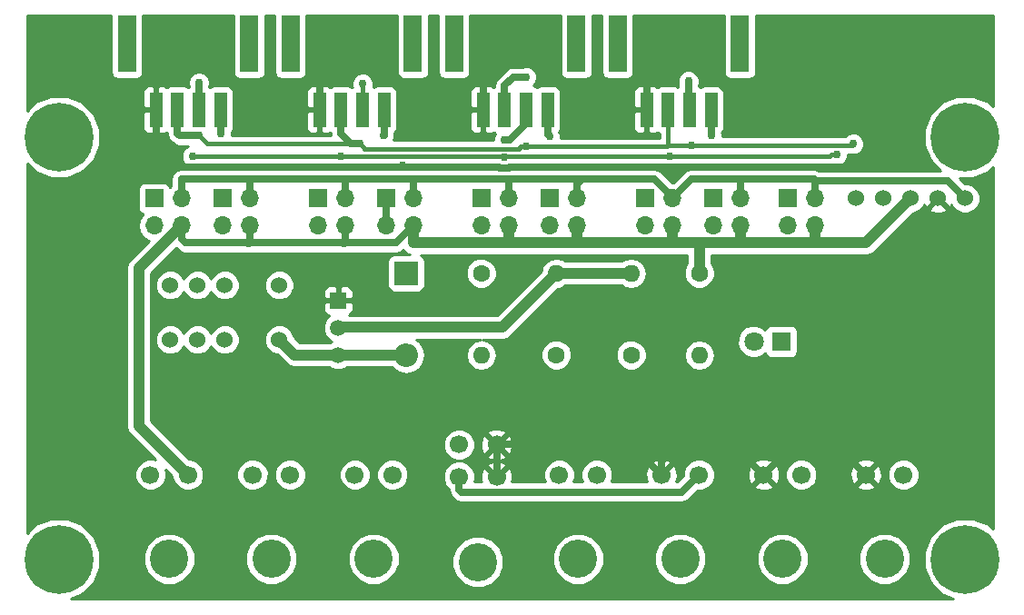
<source format=gbl>
G04 #@! TF.FileFunction,Copper,L2,Bot,Signal*
%FSLAX46Y46*%
G04 Gerber Fmt 4.6, Leading zero omitted, Abs format (unit mm)*
G04 Created by KiCad (PCBNEW 4.0.6) date Saturday, February 10, 2018 'AMt' 10:41:33 AM*
%MOMM*%
%LPD*%
G01*
G04 APERTURE LIST*
%ADD10C,0.100000*%
%ADD11R,1.206500X3.200400*%
%ADD12R,1.700022X5.299964*%
%ADD13C,1.524000*%
%ADD14R,1.800000X1.800000*%
%ADD15C,1.800000*%
%ADD16R,2.200000X2.200000*%
%ADD17O,2.200000X2.200000*%
%ADD18R,1.700000X1.700000*%
%ADD19O,1.700000X1.700000*%
%ADD20C,1.600000*%
%ADD21O,1.600000X1.600000*%
%ADD22C,6.400000*%
%ADD23C,1.520000*%
%ADD24R,1.520000X1.520000*%
%ADD25C,1.700000*%
%ADD26C,3.556000*%
%ADD27C,0.762000*%
%ADD28C,1.016000*%
%ADD29C,0.635000*%
%ADD30C,0.381000*%
%ADD31C,0.254000*%
G04 APERTURE END LIST*
D10*
D11*
X146860006Y-33020000D03*
X148860002Y-33020000D03*
X150859998Y-33020000D03*
X152859994Y-33020000D03*
D12*
X144159986Y-26850340D03*
X155560014Y-26850340D03*
D13*
X127855000Y-49370000D03*
X122775000Y-49370000D03*
X120235000Y-49370000D03*
X117695000Y-49370000D03*
X117695000Y-54450000D03*
X120235000Y-54450000D03*
X122775000Y-54450000D03*
X127855000Y-54450000D03*
D14*
X174625000Y-54610000D03*
D15*
X172085000Y-54610000D03*
D16*
X139700000Y-48260000D03*
D17*
X139700000Y-55880000D03*
D11*
X116380006Y-33020000D03*
X118380002Y-33020000D03*
X120379998Y-33020000D03*
X122379994Y-33020000D03*
D12*
X113679986Y-26850340D03*
X125080014Y-26850340D03*
D11*
X131620006Y-33020000D03*
X133620002Y-33020000D03*
X135619998Y-33020000D03*
X137619994Y-33020000D03*
D12*
X128919986Y-26850340D03*
X140320014Y-26850340D03*
D11*
X162100006Y-33020000D03*
X164100002Y-33020000D03*
X166099998Y-33020000D03*
X168099994Y-33020000D03*
D12*
X159399986Y-26850340D03*
X170800014Y-26850340D03*
D18*
X116205000Y-41275000D03*
D19*
X118745000Y-41275000D03*
X116205000Y-43815000D03*
X118745000Y-43815000D03*
D18*
X131445000Y-41275000D03*
D19*
X133985000Y-41275000D03*
X131445000Y-43815000D03*
X133985000Y-43815000D03*
D18*
X146685000Y-41275000D03*
D19*
X149225000Y-41275000D03*
X146685000Y-43815000D03*
X149225000Y-43815000D03*
D18*
X161925000Y-41275000D03*
D19*
X164465000Y-41275000D03*
X161925000Y-43815000D03*
X164465000Y-43815000D03*
D18*
X175260000Y-41275000D03*
D19*
X177800000Y-41275000D03*
X175260000Y-43815000D03*
X177800000Y-43815000D03*
D18*
X122555000Y-41275000D03*
D19*
X125095000Y-41275000D03*
X122555000Y-43815000D03*
X125095000Y-43815000D03*
D18*
X137795000Y-41275000D03*
D19*
X140335000Y-41275000D03*
X137795000Y-43815000D03*
X140335000Y-43815000D03*
D18*
X153035000Y-41275000D03*
D19*
X155575000Y-41275000D03*
X153035000Y-43815000D03*
X155575000Y-43815000D03*
D18*
X168275000Y-41275000D03*
D19*
X170815000Y-41275000D03*
X168275000Y-43815000D03*
X170815000Y-43815000D03*
D20*
X167005000Y-48260000D03*
D21*
X167005000Y-55880000D03*
D20*
X146685000Y-48260000D03*
D21*
X146685000Y-55880000D03*
D20*
X160655000Y-55880000D03*
D21*
X160655000Y-48260000D03*
D20*
X153670000Y-55880000D03*
D21*
X153670000Y-48260000D03*
D13*
X191770000Y-41275000D03*
X189230000Y-41275000D03*
X186690000Y-41275000D03*
X184150000Y-41275000D03*
X181610000Y-41275000D03*
D22*
X107315000Y-35560000D03*
X191770000Y-35560000D03*
X107315000Y-74930000D03*
X191770000Y-74930000D03*
D23*
X133350000Y-53340000D03*
X133350000Y-55880000D03*
D24*
X133350000Y-50800000D03*
D25*
X153952000Y-67030000D03*
X157452000Y-67030000D03*
D26*
X155692000Y-74860000D03*
D25*
X173002000Y-67030000D03*
X176502000Y-67030000D03*
D26*
X174742000Y-74860000D03*
D25*
X115852000Y-67030000D03*
X119352000Y-67030000D03*
D26*
X117592000Y-74860000D03*
D25*
X125377000Y-67030000D03*
X128877000Y-67030000D03*
D26*
X127117000Y-74860000D03*
D25*
X134902000Y-67030000D03*
X138402000Y-67030000D03*
D26*
X136642000Y-74860000D03*
D25*
X163477000Y-67030000D03*
X166977000Y-67030000D03*
D26*
X165217000Y-74860000D03*
D25*
X182527000Y-67030000D03*
X186027000Y-67030000D03*
D26*
X184267000Y-74860000D03*
D25*
X148117000Y-64230000D03*
X144617000Y-67230000D03*
X148117000Y-67230000D03*
X144617000Y-64230000D03*
D26*
X146357000Y-75160000D03*
D27*
X186817010Y-38353990D03*
X169799000Y-38354002D03*
X139319000Y-38227000D03*
X124460000Y-38354006D03*
X169799000Y-33401000D03*
X154432000Y-33274000D03*
X154432000Y-38354000D03*
X139065000Y-33274000D03*
X150876000Y-29972000D03*
X135382006Y-36195000D03*
X120396000Y-35433000D03*
X150876000Y-36449000D03*
X166243000Y-36322000D03*
X181356000Y-36195000D03*
X148844000Y-35814000D03*
X148832924Y-37465011D03*
X133604000Y-37338000D03*
X164211000Y-37338000D03*
X119761000Y-37338000D03*
X135635996Y-30607000D03*
X165989000Y-30353000D03*
X179832000Y-37211000D03*
X120379998Y-30496002D03*
X122428000Y-35255214D03*
X137608881Y-35418370D03*
X153034579Y-35496490D03*
X168098889Y-35369490D03*
D28*
X133502400Y-53301900D02*
X133515100Y-53289200D01*
X133515100Y-53289200D02*
X148640800Y-53289200D01*
X148640800Y-53289200D02*
X153670000Y-48260000D01*
X153670000Y-48260000D02*
X160655000Y-48260000D01*
X127855000Y-54450000D02*
X129285000Y-55880000D01*
X129285000Y-55880000D02*
X133350000Y-55880000D01*
X139700000Y-55880000D02*
X133350000Y-55880000D01*
X127888000Y-54483000D02*
X127855000Y-54450000D01*
D29*
X177787241Y-38353990D02*
X186817010Y-38353990D01*
X149290125Y-38417512D02*
X148375723Y-38417512D01*
X149353647Y-38353990D02*
X149290125Y-38417512D01*
X168656000Y-38353990D02*
X149353647Y-38353990D01*
X148312201Y-38353990D02*
X139827000Y-38353990D01*
X148375723Y-38417512D02*
X148312201Y-38353990D01*
D30*
X168656000Y-38353990D02*
X168656012Y-38354002D01*
X169260185Y-38354002D02*
X169799000Y-38354002D01*
X168656012Y-38354002D02*
X169260185Y-38354002D01*
D29*
X177787241Y-38353990D02*
X168656000Y-38353990D01*
X173002000Y-67030000D02*
X175516000Y-64516000D01*
X175516000Y-64516000D02*
X180013000Y-64516000D01*
X180013000Y-64516000D02*
X182527000Y-67030000D01*
X163477000Y-67030000D02*
X163477000Y-65827919D01*
X170234000Y-64262000D02*
X172152001Y-66180001D01*
X163477000Y-65827919D02*
X165042919Y-64262000D01*
X165042919Y-64262000D02*
X170234000Y-64262000D01*
X172152001Y-66180001D02*
X173002000Y-67030000D01*
X124079000Y-38353990D02*
X118986288Y-38353990D01*
X116380006Y-35255200D02*
X116380006Y-33020000D01*
X118986288Y-38353990D02*
X116380006Y-35747708D01*
X116380006Y-35747708D02*
X116380006Y-35255200D01*
D30*
X139700010Y-38227000D02*
X139319000Y-38227000D01*
X139827000Y-38353990D02*
X139700010Y-38227000D01*
X124332995Y-38227001D02*
X124460000Y-38354006D01*
X124205989Y-38227001D02*
X124332995Y-38227001D01*
X124079000Y-38353990D02*
X124205989Y-38227001D01*
D29*
X139827000Y-38353990D02*
X124079000Y-38353990D01*
X169799000Y-32862185D02*
X169799000Y-33401000D01*
X169799000Y-31465185D02*
X169799000Y-32862185D01*
X166718313Y-28384498D02*
X169799000Y-31465185D01*
X164500308Y-28384498D02*
X166718313Y-28384498D01*
X162100006Y-33020000D02*
X162100006Y-30784800D01*
X162100006Y-30784800D02*
X164500308Y-28384498D01*
X154432000Y-32735185D02*
X154432000Y-33274000D01*
X154432000Y-30383815D02*
X154432000Y-32735185D01*
X152750185Y-28702000D02*
X154432000Y-30383815D01*
X148942806Y-28702000D02*
X152750185Y-28702000D01*
X146860006Y-30784800D02*
X148942806Y-28702000D01*
X146860006Y-33020000D02*
X146860006Y-30784800D01*
D30*
X124587000Y-38353990D02*
X124460000Y-38226990D01*
D29*
X148117000Y-64230000D02*
X160677000Y-64230000D01*
X160677000Y-64230000D02*
X163477000Y-67030000D01*
X148117000Y-64230000D02*
X148117000Y-67230000D01*
X131620006Y-33020000D02*
X131620006Y-29796994D01*
X131620006Y-29796994D02*
X132842000Y-28575000D01*
X132842000Y-28575000D02*
X137414000Y-28575000D01*
X137414000Y-28575000D02*
X139192000Y-30353000D01*
X139192000Y-30353000D02*
X139192000Y-33147000D01*
X139192000Y-33147000D02*
X139065000Y-33274000D01*
D28*
X114780000Y-47780000D02*
X114780000Y-62458000D01*
X114780000Y-62458000D02*
X119352000Y-67030000D01*
D29*
X133985000Y-43815000D02*
X133985000Y-45427001D01*
X133858000Y-45466000D02*
X133858000Y-45427001D01*
X133946001Y-45466000D02*
X133858000Y-45466000D01*
X133985000Y-45427001D02*
X133946001Y-45466000D01*
X125095000Y-43815000D02*
X125095000Y-45427001D01*
X124968000Y-45466000D02*
X124968000Y-45427001D01*
X125056001Y-45466000D02*
X124968000Y-45466000D01*
X125095000Y-45427001D02*
X125056001Y-45466000D01*
X118745000Y-43815000D02*
X118745000Y-45085000D01*
X138722999Y-45427001D02*
X140335000Y-43815000D01*
X119087001Y-45427001D02*
X124968000Y-45427001D01*
X124968000Y-45427001D02*
X133858000Y-45427001D01*
X133858000Y-45427001D02*
X138722999Y-45427001D01*
X118745000Y-45085000D02*
X119087001Y-45427001D01*
D28*
X170815000Y-45427001D02*
X177800000Y-45427001D01*
X177800000Y-45427001D02*
X182537999Y-45427001D01*
X177800000Y-43815000D02*
X177800000Y-45427001D01*
X167259000Y-45427001D02*
X170815000Y-45427001D01*
X170815000Y-43815000D02*
X170815000Y-45427001D01*
X165100000Y-45427001D02*
X167259000Y-45427001D01*
X167005000Y-48260000D02*
X167005000Y-45681001D01*
X167005000Y-45681001D02*
X167259000Y-45427001D01*
X155829000Y-45427001D02*
X165100000Y-45427001D01*
X164465000Y-43815000D02*
X164465000Y-45017081D01*
X164465000Y-45017081D02*
X164874920Y-45427001D01*
X164874920Y-45427001D02*
X165100000Y-45427001D01*
X140335000Y-45427001D02*
X149479000Y-45427001D01*
X140335000Y-43815000D02*
X140335000Y-45427001D01*
X149479000Y-45427001D02*
X155829000Y-45427001D01*
X149225000Y-43815000D02*
X149225000Y-45173001D01*
X149225000Y-45173001D02*
X149479000Y-45427001D01*
X155829000Y-45271081D02*
X155829000Y-45427001D01*
X155575000Y-43815000D02*
X155575000Y-45017081D01*
X155575000Y-45017081D02*
X155829000Y-45271081D01*
X182537999Y-45427001D02*
X185928001Y-42036999D01*
X185928001Y-42036999D02*
X186690000Y-41275000D01*
X114780000Y-47780000D02*
X118745000Y-43815000D01*
D30*
X135826507Y-36639501D02*
X135763005Y-36575999D01*
X135763005Y-36575999D02*
X135382006Y-36195000D01*
X150876000Y-36449000D02*
X150337185Y-36449000D01*
X150337185Y-36449000D02*
X150146684Y-36639501D01*
X150146684Y-36639501D02*
X135826507Y-36639501D01*
D29*
X149672802Y-29972000D02*
X150876000Y-29972000D01*
X148860002Y-33020000D02*
X148860002Y-30784800D01*
X148860002Y-30784800D02*
X149672802Y-29972000D01*
D30*
X120396000Y-35433000D02*
X121158000Y-36195000D01*
D29*
X134559802Y-36195000D02*
X134843185Y-36195000D01*
D30*
X121158000Y-36195000D02*
X134843185Y-36195000D01*
D29*
X133620002Y-35255200D02*
X134559802Y-36195000D01*
X134843185Y-36195000D02*
X135382006Y-36195000D01*
X133620002Y-33020000D02*
X133620002Y-35255200D01*
X118460185Y-35306000D02*
X118587185Y-35433000D01*
X118587185Y-35433000D02*
X119857185Y-35433000D01*
X118380002Y-33020000D02*
X118380002Y-35255200D01*
X118380002Y-35255200D02*
X118430802Y-35306000D01*
X119857185Y-35433000D02*
X120396000Y-35433000D01*
X118430802Y-35306000D02*
X118460185Y-35306000D01*
X118364000Y-35271202D02*
X118398798Y-35306000D01*
X118398798Y-35306000D02*
X118460185Y-35306000D01*
D30*
X151414815Y-36449000D02*
X150876000Y-36449000D01*
X164100002Y-36305998D02*
X163957000Y-36449000D01*
X163957000Y-36449000D02*
X151414815Y-36449000D01*
X181356000Y-36195000D02*
X181229000Y-36322000D01*
X181229000Y-36322000D02*
X166243000Y-36322000D01*
X165704185Y-36322000D02*
X166243000Y-36322000D01*
X164100002Y-36305998D02*
X164116004Y-36322000D01*
X164116004Y-36322000D02*
X165704185Y-36322000D01*
X164100002Y-33020000D02*
X164100002Y-36305998D01*
D29*
X150859998Y-33020000D02*
X150859998Y-34336817D01*
X150859998Y-34336817D02*
X149382815Y-35814000D01*
X149382815Y-35814000D02*
X148844000Y-35814000D01*
D30*
X148336000Y-37338000D02*
X148705913Y-37338000D01*
X148705913Y-37338000D02*
X148832924Y-37465011D01*
X164211000Y-37338000D02*
X148336000Y-37338000D01*
X148336000Y-37338000D02*
X147574000Y-37338000D01*
X147574000Y-37338000D02*
X134239000Y-37338000D01*
X164211000Y-37338000D02*
X179166185Y-37338000D01*
X179166185Y-37338000D02*
X179293185Y-37211000D01*
X179293185Y-37211000D02*
X179832000Y-37211000D01*
X134239000Y-37338000D02*
X133604000Y-37338000D01*
X134239000Y-37338000D02*
X119761000Y-37338000D01*
X135619998Y-30622998D02*
X135635996Y-30607000D01*
X135619998Y-33020000D02*
X135619998Y-30622998D01*
D29*
X165989000Y-30353000D02*
X165989000Y-32909002D01*
X165989000Y-32909002D02*
X166099998Y-33020000D01*
X120379998Y-33020000D02*
X120379998Y-30496002D01*
X122380008Y-35255214D02*
X122428000Y-35255214D01*
X122379994Y-33020000D02*
X122379994Y-35255200D01*
X122379994Y-35255200D02*
X122380008Y-35255214D01*
X137795000Y-43815000D02*
X137795000Y-41275000D01*
X137619994Y-35407257D02*
X137608881Y-35418370D01*
X137619994Y-33020000D02*
X137619994Y-35407257D01*
X152859994Y-35321905D02*
X153034579Y-35496490D01*
X152859994Y-33020000D02*
X152859994Y-35321905D01*
X168099994Y-35368385D02*
X168098889Y-35369490D01*
X168099994Y-33020000D02*
X168099994Y-35368385D01*
X156591000Y-39497000D02*
X162814000Y-39497000D01*
X162814000Y-39497000D02*
X164465000Y-41148000D01*
X164465000Y-41275000D02*
X166243000Y-39497000D01*
X166243000Y-39497000D02*
X170815000Y-39497000D01*
X170815000Y-39497000D02*
X177673000Y-39497000D01*
X170815000Y-41275000D02*
X170815000Y-40386000D01*
X170815000Y-40386000D02*
X170815000Y-40005042D01*
X170815000Y-39497000D02*
X170815000Y-40386000D01*
X177673000Y-39497000D02*
X177800000Y-39624000D01*
X118745000Y-39497000D02*
X125095000Y-39497000D01*
X125095000Y-39497000D02*
X133985000Y-39497000D01*
X125095000Y-41275000D02*
X125095000Y-39497000D01*
X133985000Y-39497000D02*
X140335000Y-39497000D01*
X133985000Y-41275000D02*
X133985000Y-39497000D01*
X140335000Y-39497000D02*
X149225000Y-39497000D01*
X140335000Y-41275000D02*
X140335000Y-40072919D01*
X140335000Y-40072919D02*
X140335000Y-39497000D01*
X149225000Y-39497000D02*
X156591000Y-39497000D01*
X149225000Y-41275000D02*
X149225000Y-40072919D01*
X149225000Y-40072919D02*
X149225000Y-39497000D01*
X156083000Y-39497000D02*
X156591000Y-39497000D01*
X118745000Y-41275000D02*
X118745000Y-39497000D01*
X177800000Y-41275000D02*
X177800000Y-39624000D01*
X190119000Y-39624000D02*
X191770000Y-41275000D01*
X177800000Y-39624000D02*
X190119000Y-39624000D01*
X155575000Y-41275000D02*
X155575000Y-40005000D01*
X155575000Y-40005000D02*
X156083000Y-39497000D01*
X144617000Y-67230000D02*
X144617000Y-68432081D01*
X144617000Y-68432081D02*
X144836420Y-68651501D01*
X144836420Y-68651501D02*
X165355499Y-68651501D01*
X165355499Y-68651501D02*
X166127001Y-67879999D01*
X166127001Y-67879999D02*
X166977000Y-67030000D01*
D31*
G36*
X112182535Y-29500322D02*
X112226813Y-29735639D01*
X112365885Y-29951763D01*
X112578085Y-30096753D01*
X112829975Y-30147762D01*
X114529997Y-30147762D01*
X114765314Y-30103484D01*
X114981438Y-29964412D01*
X115126428Y-29752212D01*
X115177437Y-29500322D01*
X115177437Y-24257000D01*
X123582563Y-24257000D01*
X123582563Y-29500322D01*
X123626841Y-29735639D01*
X123765913Y-29951763D01*
X123978113Y-30096753D01*
X124230003Y-30147762D01*
X125930025Y-30147762D01*
X126165342Y-30103484D01*
X126381466Y-29964412D01*
X126526456Y-29752212D01*
X126577465Y-29500322D01*
X126577465Y-24257000D01*
X127422535Y-24257000D01*
X127422535Y-29500322D01*
X127466813Y-29735639D01*
X127605885Y-29951763D01*
X127818085Y-30096753D01*
X128069975Y-30147762D01*
X129769997Y-30147762D01*
X130005314Y-30103484D01*
X130221438Y-29964412D01*
X130366428Y-29752212D01*
X130417437Y-29500322D01*
X130417437Y-24257000D01*
X138822563Y-24257000D01*
X138822563Y-29500322D01*
X138866841Y-29735639D01*
X139005913Y-29951763D01*
X139218113Y-30096753D01*
X139470003Y-30147762D01*
X141170025Y-30147762D01*
X141405342Y-30103484D01*
X141621466Y-29964412D01*
X141766456Y-29752212D01*
X141817465Y-29500322D01*
X141817465Y-24257000D01*
X142662535Y-24257000D01*
X142662535Y-29500322D01*
X142706813Y-29735639D01*
X142845885Y-29951763D01*
X143058085Y-30096753D01*
X143309975Y-30147762D01*
X145009997Y-30147762D01*
X145245314Y-30103484D01*
X145461438Y-29964412D01*
X145606428Y-29752212D01*
X145657437Y-29500322D01*
X145657437Y-24257000D01*
X154062563Y-24257000D01*
X154062563Y-29500322D01*
X154106841Y-29735639D01*
X154245913Y-29951763D01*
X154458113Y-30096753D01*
X154710003Y-30147762D01*
X156410025Y-30147762D01*
X156645342Y-30103484D01*
X156861466Y-29964412D01*
X157006456Y-29752212D01*
X157057465Y-29500322D01*
X157057465Y-24257000D01*
X157902535Y-24257000D01*
X157902535Y-29500322D01*
X157946813Y-29735639D01*
X158085885Y-29951763D01*
X158298085Y-30096753D01*
X158549975Y-30147762D01*
X160249997Y-30147762D01*
X160485314Y-30103484D01*
X160701438Y-29964412D01*
X160846428Y-29752212D01*
X160897437Y-29500322D01*
X160897437Y-24257000D01*
X169302563Y-24257000D01*
X169302563Y-29500322D01*
X169346841Y-29735639D01*
X169485913Y-29951763D01*
X169698113Y-30096753D01*
X169950003Y-30147762D01*
X171650025Y-30147762D01*
X171885342Y-30103484D01*
X172101466Y-29964412D01*
X172246456Y-29752212D01*
X172297465Y-29500322D01*
X172297465Y-24257000D01*
X194362000Y-24257000D01*
X194362000Y-32728280D01*
X193945189Y-32310741D01*
X192536175Y-31725667D01*
X191010518Y-31724336D01*
X189600485Y-32306950D01*
X188520741Y-33384811D01*
X187935667Y-34793825D01*
X187934336Y-36319482D01*
X188516950Y-37729515D01*
X189457292Y-38671500D01*
X178119063Y-38671500D01*
X178037506Y-38617005D01*
X177673000Y-38544500D01*
X166243000Y-38544500D01*
X165878494Y-38617005D01*
X165569481Y-38823481D01*
X164584899Y-39808063D01*
X164494093Y-39790000D01*
X164454038Y-39790000D01*
X163487519Y-38823481D01*
X163178506Y-38617005D01*
X162814000Y-38544500D01*
X118745000Y-38544500D01*
X118380494Y-38617005D01*
X118071481Y-38823481D01*
X117865005Y-39132494D01*
X117792500Y-39497000D01*
X117792500Y-40140323D01*
X117665853Y-40224946D01*
X117665029Y-40226179D01*
X117658162Y-40189683D01*
X117519090Y-39973559D01*
X117306890Y-39828569D01*
X117055000Y-39777560D01*
X115355000Y-39777560D01*
X115119683Y-39821838D01*
X114903559Y-39960910D01*
X114758569Y-40173110D01*
X114707560Y-40425000D01*
X114707560Y-42125000D01*
X114751838Y-42360317D01*
X114890910Y-42576441D01*
X115103110Y-42721431D01*
X115170541Y-42735086D01*
X115125853Y-42764946D01*
X114803946Y-43246715D01*
X114690907Y-43815000D01*
X114803946Y-44383285D01*
X115125853Y-44865054D01*
X115607622Y-45186961D01*
X115731877Y-45211677D01*
X113971777Y-46971777D01*
X113724006Y-47342593D01*
X113637000Y-47780000D01*
X113637000Y-62458000D01*
X113724006Y-62895407D01*
X113971777Y-63266223D01*
X116323335Y-65617781D01*
X116148681Y-65545258D01*
X115557911Y-65544743D01*
X115011914Y-65770344D01*
X114593812Y-66187717D01*
X114367258Y-66733319D01*
X114366743Y-67324089D01*
X114592344Y-67870086D01*
X115009717Y-68288188D01*
X115555319Y-68514742D01*
X116146089Y-68515257D01*
X116692086Y-68289656D01*
X117110188Y-67872283D01*
X117336742Y-67326681D01*
X117337257Y-66735911D01*
X117263881Y-66558327D01*
X117866885Y-67161331D01*
X117866743Y-67324089D01*
X118092344Y-67870086D01*
X118509717Y-68288188D01*
X119055319Y-68514742D01*
X119646089Y-68515257D01*
X120192086Y-68289656D01*
X120610188Y-67872283D01*
X120836742Y-67326681D01*
X120836744Y-67324089D01*
X123891743Y-67324089D01*
X124117344Y-67870086D01*
X124534717Y-68288188D01*
X125080319Y-68514742D01*
X125671089Y-68515257D01*
X126217086Y-68289656D01*
X126635188Y-67872283D01*
X126861742Y-67326681D01*
X126861744Y-67324089D01*
X127391743Y-67324089D01*
X127617344Y-67870086D01*
X128034717Y-68288188D01*
X128580319Y-68514742D01*
X129171089Y-68515257D01*
X129717086Y-68289656D01*
X130135188Y-67872283D01*
X130361742Y-67326681D01*
X130361744Y-67324089D01*
X133416743Y-67324089D01*
X133642344Y-67870086D01*
X134059717Y-68288188D01*
X134605319Y-68514742D01*
X135196089Y-68515257D01*
X135742086Y-68289656D01*
X136160188Y-67872283D01*
X136386742Y-67326681D01*
X136386744Y-67324089D01*
X136916743Y-67324089D01*
X137142344Y-67870086D01*
X137559717Y-68288188D01*
X138105319Y-68514742D01*
X138696089Y-68515257D01*
X139242086Y-68289656D01*
X139660188Y-67872283D01*
X139804770Y-67524089D01*
X143131743Y-67524089D01*
X143357344Y-68070086D01*
X143664500Y-68377778D01*
X143664500Y-68432081D01*
X143737005Y-68796587D01*
X143943481Y-69105600D01*
X144162901Y-69325020D01*
X144471914Y-69531496D01*
X144836420Y-69604001D01*
X165355499Y-69604001D01*
X165720005Y-69531496D01*
X166029018Y-69325020D01*
X166839158Y-68514880D01*
X167271089Y-68515257D01*
X167817086Y-68289656D01*
X168033160Y-68073958D01*
X172137647Y-68073958D01*
X172217920Y-68325259D01*
X172773279Y-68526718D01*
X173363458Y-68500315D01*
X173786080Y-68325259D01*
X173866353Y-68073958D01*
X173002000Y-67209605D01*
X172137647Y-68073958D01*
X168033160Y-68073958D01*
X168235188Y-67872283D01*
X168461742Y-67326681D01*
X168462200Y-66801279D01*
X171505282Y-66801279D01*
X171531685Y-67391458D01*
X171706741Y-67814080D01*
X171958042Y-67894353D01*
X172822395Y-67030000D01*
X173181605Y-67030000D01*
X174045958Y-67894353D01*
X174297259Y-67814080D01*
X174475005Y-67324089D01*
X175016743Y-67324089D01*
X175242344Y-67870086D01*
X175659717Y-68288188D01*
X176205319Y-68514742D01*
X176796089Y-68515257D01*
X177342086Y-68289656D01*
X177558160Y-68073958D01*
X181662647Y-68073958D01*
X181742920Y-68325259D01*
X182298279Y-68526718D01*
X182888458Y-68500315D01*
X183311080Y-68325259D01*
X183391353Y-68073958D01*
X182527000Y-67209605D01*
X181662647Y-68073958D01*
X177558160Y-68073958D01*
X177760188Y-67872283D01*
X177986742Y-67326681D01*
X177987200Y-66801279D01*
X181030282Y-66801279D01*
X181056685Y-67391458D01*
X181231741Y-67814080D01*
X181483042Y-67894353D01*
X182347395Y-67030000D01*
X182706605Y-67030000D01*
X183570958Y-67894353D01*
X183822259Y-67814080D01*
X184000005Y-67324089D01*
X184541743Y-67324089D01*
X184767344Y-67870086D01*
X185184717Y-68288188D01*
X185730319Y-68514742D01*
X186321089Y-68515257D01*
X186867086Y-68289656D01*
X187285188Y-67872283D01*
X187511742Y-67326681D01*
X187512257Y-66735911D01*
X187286656Y-66189914D01*
X186869283Y-65771812D01*
X186323681Y-65545258D01*
X185732911Y-65544743D01*
X185186914Y-65770344D01*
X184768812Y-66187717D01*
X184542258Y-66733319D01*
X184541743Y-67324089D01*
X184000005Y-67324089D01*
X184023718Y-67258721D01*
X183997315Y-66668542D01*
X183822259Y-66245920D01*
X183570958Y-66165647D01*
X182706605Y-67030000D01*
X182347395Y-67030000D01*
X181483042Y-66165647D01*
X181231741Y-66245920D01*
X181030282Y-66801279D01*
X177987200Y-66801279D01*
X177987257Y-66735911D01*
X177761656Y-66189914D01*
X177558140Y-65986042D01*
X181662647Y-65986042D01*
X182527000Y-66850395D01*
X183391353Y-65986042D01*
X183311080Y-65734741D01*
X182755721Y-65533282D01*
X182165542Y-65559685D01*
X181742920Y-65734741D01*
X181662647Y-65986042D01*
X177558140Y-65986042D01*
X177344283Y-65771812D01*
X176798681Y-65545258D01*
X176207911Y-65544743D01*
X175661914Y-65770344D01*
X175243812Y-66187717D01*
X175017258Y-66733319D01*
X175016743Y-67324089D01*
X174475005Y-67324089D01*
X174498718Y-67258721D01*
X174472315Y-66668542D01*
X174297259Y-66245920D01*
X174045958Y-66165647D01*
X173181605Y-67030000D01*
X172822395Y-67030000D01*
X171958042Y-66165647D01*
X171706741Y-66245920D01*
X171505282Y-66801279D01*
X168462200Y-66801279D01*
X168462257Y-66735911D01*
X168236656Y-66189914D01*
X168033140Y-65986042D01*
X172137647Y-65986042D01*
X173002000Y-66850395D01*
X173866353Y-65986042D01*
X173786080Y-65734741D01*
X173230721Y-65533282D01*
X172640542Y-65559685D01*
X172217920Y-65734741D01*
X172137647Y-65986042D01*
X168033140Y-65986042D01*
X167819283Y-65771812D01*
X167273681Y-65545258D01*
X166682911Y-65544743D01*
X166136914Y-65770344D01*
X165718812Y-66187717D01*
X165492258Y-66733319D01*
X165491879Y-67168083D01*
X164960961Y-67699001D01*
X164814004Y-67699001D01*
X164973718Y-67258721D01*
X164947315Y-66668542D01*
X164772259Y-66245920D01*
X164520958Y-66165647D01*
X163656605Y-67030000D01*
X163670748Y-67044143D01*
X163491143Y-67223748D01*
X163477000Y-67209605D01*
X163462858Y-67223748D01*
X163283253Y-67044143D01*
X163297395Y-67030000D01*
X162433042Y-66165647D01*
X162181741Y-66245920D01*
X161980282Y-66801279D01*
X162006685Y-67391458D01*
X162134074Y-67699001D01*
X158782141Y-67699001D01*
X158936742Y-67326681D01*
X158937257Y-66735911D01*
X158711656Y-66189914D01*
X158508140Y-65986042D01*
X162612647Y-65986042D01*
X163477000Y-66850395D01*
X164341353Y-65986042D01*
X164261080Y-65734741D01*
X163705721Y-65533282D01*
X163115542Y-65559685D01*
X162692920Y-65734741D01*
X162612647Y-65986042D01*
X158508140Y-65986042D01*
X158294283Y-65771812D01*
X157748681Y-65545258D01*
X157157911Y-65544743D01*
X156611914Y-65770344D01*
X156193812Y-66187717D01*
X155967258Y-66733319D01*
X155966743Y-67324089D01*
X156121653Y-67699001D01*
X155282141Y-67699001D01*
X155436742Y-67326681D01*
X155437257Y-66735911D01*
X155211656Y-66189914D01*
X154794283Y-65771812D01*
X154248681Y-65545258D01*
X153657911Y-65544743D01*
X153111914Y-65770344D01*
X152693812Y-66187717D01*
X152467258Y-66733319D01*
X152466743Y-67324089D01*
X152621653Y-67699001D01*
X149526555Y-67699001D01*
X149613718Y-67458721D01*
X149587315Y-66868542D01*
X149412259Y-66445920D01*
X149160958Y-66365647D01*
X148296605Y-67230000D01*
X148310748Y-67244143D01*
X148131143Y-67423748D01*
X148117000Y-67409605D01*
X148102858Y-67423748D01*
X147923253Y-67244143D01*
X147937395Y-67230000D01*
X147073042Y-66365647D01*
X146821741Y-66445920D01*
X146620282Y-67001279D01*
X146646685Y-67591458D01*
X146691231Y-67699001D01*
X146030188Y-67699001D01*
X146101742Y-67526681D01*
X146102257Y-66935911D01*
X145876656Y-66389914D01*
X145673140Y-66186042D01*
X147252647Y-66186042D01*
X148117000Y-67050395D01*
X148981353Y-66186042D01*
X148901080Y-65934741D01*
X148345721Y-65733282D01*
X147755542Y-65759685D01*
X147332920Y-65934741D01*
X147252647Y-66186042D01*
X145673140Y-66186042D01*
X145459283Y-65971812D01*
X144913681Y-65745258D01*
X144322911Y-65744743D01*
X143776914Y-65970344D01*
X143358812Y-66387717D01*
X143132258Y-66933319D01*
X143131743Y-67524089D01*
X139804770Y-67524089D01*
X139886742Y-67326681D01*
X139887257Y-66735911D01*
X139661656Y-66189914D01*
X139244283Y-65771812D01*
X138698681Y-65545258D01*
X138107911Y-65544743D01*
X137561914Y-65770344D01*
X137143812Y-66187717D01*
X136917258Y-66733319D01*
X136916743Y-67324089D01*
X136386744Y-67324089D01*
X136387257Y-66735911D01*
X136161656Y-66189914D01*
X135744283Y-65771812D01*
X135198681Y-65545258D01*
X134607911Y-65544743D01*
X134061914Y-65770344D01*
X133643812Y-66187717D01*
X133417258Y-66733319D01*
X133416743Y-67324089D01*
X130361744Y-67324089D01*
X130362257Y-66735911D01*
X130136656Y-66189914D01*
X129719283Y-65771812D01*
X129173681Y-65545258D01*
X128582911Y-65544743D01*
X128036914Y-65770344D01*
X127618812Y-66187717D01*
X127392258Y-66733319D01*
X127391743Y-67324089D01*
X126861744Y-67324089D01*
X126862257Y-66735911D01*
X126636656Y-66189914D01*
X126219283Y-65771812D01*
X125673681Y-65545258D01*
X125082911Y-65544743D01*
X124536914Y-65770344D01*
X124118812Y-66187717D01*
X123892258Y-66733319D01*
X123891743Y-67324089D01*
X120836744Y-67324089D01*
X120837257Y-66735911D01*
X120611656Y-66189914D01*
X120194283Y-65771812D01*
X119648681Y-65545258D01*
X119483560Y-65545114D01*
X118462535Y-64524089D01*
X143131743Y-64524089D01*
X143357344Y-65070086D01*
X143774717Y-65488188D01*
X144320319Y-65714742D01*
X144911089Y-65715257D01*
X145457086Y-65489656D01*
X145673160Y-65273958D01*
X147252647Y-65273958D01*
X147332920Y-65525259D01*
X147888279Y-65726718D01*
X148478458Y-65700315D01*
X148901080Y-65525259D01*
X148981353Y-65273958D01*
X148117000Y-64409605D01*
X147252647Y-65273958D01*
X145673160Y-65273958D01*
X145875188Y-65072283D01*
X146101742Y-64526681D01*
X146102200Y-64001279D01*
X146620282Y-64001279D01*
X146646685Y-64591458D01*
X146821741Y-65014080D01*
X147073042Y-65094353D01*
X147937395Y-64230000D01*
X148296605Y-64230000D01*
X149160958Y-65094353D01*
X149412259Y-65014080D01*
X149613718Y-64458721D01*
X149587315Y-63868542D01*
X149412259Y-63445920D01*
X149160958Y-63365647D01*
X148296605Y-64230000D01*
X147937395Y-64230000D01*
X147073042Y-63365647D01*
X146821741Y-63445920D01*
X146620282Y-64001279D01*
X146102200Y-64001279D01*
X146102257Y-63935911D01*
X145876656Y-63389914D01*
X145673140Y-63186042D01*
X147252647Y-63186042D01*
X148117000Y-64050395D01*
X148981353Y-63186042D01*
X148901080Y-62934741D01*
X148345721Y-62733282D01*
X147755542Y-62759685D01*
X147332920Y-62934741D01*
X147252647Y-63186042D01*
X145673140Y-63186042D01*
X145459283Y-62971812D01*
X144913681Y-62745258D01*
X144322911Y-62744743D01*
X143776914Y-62970344D01*
X143358812Y-63387717D01*
X143132258Y-63933319D01*
X143131743Y-64524089D01*
X118462535Y-64524089D01*
X115923000Y-61984554D01*
X115923000Y-54726661D01*
X116297758Y-54726661D01*
X116509990Y-55240303D01*
X116902630Y-55633629D01*
X117415900Y-55846757D01*
X117971661Y-55847242D01*
X118485303Y-55635010D01*
X118878629Y-55242370D01*
X118964949Y-55034488D01*
X119049990Y-55240303D01*
X119442630Y-55633629D01*
X119955900Y-55846757D01*
X120511661Y-55847242D01*
X121025303Y-55635010D01*
X121418629Y-55242370D01*
X121504949Y-55034488D01*
X121589990Y-55240303D01*
X121982630Y-55633629D01*
X122495900Y-55846757D01*
X123051661Y-55847242D01*
X123565303Y-55635010D01*
X123958629Y-55242370D01*
X124171757Y-54729100D01*
X124171759Y-54726661D01*
X126457758Y-54726661D01*
X126669990Y-55240303D01*
X127062630Y-55633629D01*
X127575900Y-55846757D01*
X127635363Y-55846809D01*
X128476777Y-56688223D01*
X128847593Y-56935994D01*
X129285000Y-57023000D01*
X132519898Y-57023000D01*
X132558764Y-57061934D01*
X133071300Y-57274758D01*
X133626265Y-57275242D01*
X134139172Y-57063313D01*
X134179555Y-57023000D01*
X138394444Y-57023000D01*
X138473170Y-57140821D01*
X139036044Y-57516922D01*
X139700000Y-57648991D01*
X140363956Y-57516922D01*
X140926830Y-57140821D01*
X141302931Y-56577947D01*
X141435000Y-55913991D01*
X141435000Y-55846009D01*
X141302931Y-55182053D01*
X140926830Y-54619179D01*
X140646997Y-54432200D01*
X146608016Y-54432200D01*
X146135849Y-54526120D01*
X145670302Y-54837189D01*
X145359233Y-55302736D01*
X145250000Y-55851887D01*
X145250000Y-55908113D01*
X145359233Y-56457264D01*
X145670302Y-56922811D01*
X146135849Y-57233880D01*
X146685000Y-57343113D01*
X147234151Y-57233880D01*
X147699698Y-56922811D01*
X148010767Y-56457264D01*
X148069063Y-56164187D01*
X152234752Y-56164187D01*
X152452757Y-56691800D01*
X152856077Y-57095824D01*
X153383309Y-57314750D01*
X153954187Y-57315248D01*
X154481800Y-57097243D01*
X154885824Y-56693923D01*
X155104750Y-56166691D01*
X155104752Y-56164187D01*
X159219752Y-56164187D01*
X159437757Y-56691800D01*
X159841077Y-57095824D01*
X160368309Y-57314750D01*
X160939187Y-57315248D01*
X161466800Y-57097243D01*
X161870824Y-56693923D01*
X162089750Y-56166691D01*
X162090024Y-55851887D01*
X165570000Y-55851887D01*
X165570000Y-55908113D01*
X165679233Y-56457264D01*
X165990302Y-56922811D01*
X166455849Y-57233880D01*
X167005000Y-57343113D01*
X167554151Y-57233880D01*
X168019698Y-56922811D01*
X168330767Y-56457264D01*
X168440000Y-55908113D01*
X168440000Y-55851887D01*
X168330767Y-55302736D01*
X168071016Y-54913991D01*
X170549735Y-54913991D01*
X170782932Y-55478371D01*
X171214357Y-55910551D01*
X171778330Y-56144733D01*
X172388991Y-56145265D01*
X172953371Y-55912068D01*
X173121613Y-55744120D01*
X173121838Y-55745317D01*
X173260910Y-55961441D01*
X173473110Y-56106431D01*
X173725000Y-56157440D01*
X175525000Y-56157440D01*
X175760317Y-56113162D01*
X175976441Y-55974090D01*
X176121431Y-55761890D01*
X176172440Y-55510000D01*
X176172440Y-53710000D01*
X176128162Y-53474683D01*
X175989090Y-53258559D01*
X175776890Y-53113569D01*
X175525000Y-53062560D01*
X173725000Y-53062560D01*
X173489683Y-53106838D01*
X173273559Y-53245910D01*
X173128569Y-53458110D01*
X173124433Y-53478534D01*
X172955643Y-53309449D01*
X172391670Y-53075267D01*
X171781009Y-53074735D01*
X171216629Y-53307932D01*
X170784449Y-53739357D01*
X170550267Y-54303330D01*
X170549735Y-54913991D01*
X168071016Y-54913991D01*
X168019698Y-54837189D01*
X167554151Y-54526120D01*
X167005000Y-54416887D01*
X166455849Y-54526120D01*
X165990302Y-54837189D01*
X165679233Y-55302736D01*
X165570000Y-55851887D01*
X162090024Y-55851887D01*
X162090248Y-55595813D01*
X161872243Y-55068200D01*
X161468923Y-54664176D01*
X160941691Y-54445250D01*
X160370813Y-54444752D01*
X159843200Y-54662757D01*
X159439176Y-55066077D01*
X159220250Y-55593309D01*
X159219752Y-56164187D01*
X155104752Y-56164187D01*
X155105248Y-55595813D01*
X154887243Y-55068200D01*
X154483923Y-54664176D01*
X153956691Y-54445250D01*
X153385813Y-54444752D01*
X152858200Y-54662757D01*
X152454176Y-55066077D01*
X152235250Y-55593309D01*
X152234752Y-56164187D01*
X148069063Y-56164187D01*
X148120000Y-55908113D01*
X148120000Y-55851887D01*
X148010767Y-55302736D01*
X147699698Y-54837189D01*
X147234151Y-54526120D01*
X146761984Y-54432200D01*
X148640800Y-54432200D01*
X149078207Y-54345194D01*
X149449023Y-54097423D01*
X153861406Y-49685040D01*
X154219151Y-49613880D01*
X154534755Y-49403000D01*
X159790245Y-49403000D01*
X160105849Y-49613880D01*
X160655000Y-49723113D01*
X161204151Y-49613880D01*
X161669698Y-49302811D01*
X161980767Y-48837264D01*
X162090000Y-48288113D01*
X162090000Y-48231887D01*
X161980767Y-47682736D01*
X161669698Y-47217189D01*
X161204151Y-46906120D01*
X160655000Y-46796887D01*
X160105849Y-46906120D01*
X159790245Y-47117000D01*
X154534755Y-47117000D01*
X154219151Y-46906120D01*
X153670000Y-46796887D01*
X153120849Y-46906120D01*
X152655302Y-47217189D01*
X152344233Y-47682736D01*
X152273073Y-48040481D01*
X148167354Y-52146200D01*
X134354122Y-52146200D01*
X134469698Y-52098327D01*
X134648327Y-51919699D01*
X134745000Y-51686310D01*
X134745000Y-51085750D01*
X134586250Y-50927000D01*
X133477000Y-50927000D01*
X133477000Y-50947000D01*
X133223000Y-50947000D01*
X133223000Y-50927000D01*
X132113750Y-50927000D01*
X131955000Y-51085750D01*
X131955000Y-51686310D01*
X132051673Y-51919699D01*
X132230302Y-52098327D01*
X132463691Y-52195000D01*
X132522448Y-52195000D01*
X132168066Y-52548764D01*
X131955242Y-53061300D01*
X131954758Y-53616265D01*
X132166687Y-54129172D01*
X132558764Y-54521934D01*
X132770738Y-54609954D01*
X132560828Y-54696687D01*
X132520445Y-54737000D01*
X129758446Y-54737000D01*
X129252192Y-54230746D01*
X129252242Y-54173339D01*
X129040010Y-53659697D01*
X128647370Y-53266371D01*
X128134100Y-53053243D01*
X127578339Y-53052758D01*
X127064697Y-53264990D01*
X126671371Y-53657630D01*
X126458243Y-54170900D01*
X126457758Y-54726661D01*
X124171759Y-54726661D01*
X124172242Y-54173339D01*
X123960010Y-53659697D01*
X123567370Y-53266371D01*
X123054100Y-53053243D01*
X122498339Y-53052758D01*
X121984697Y-53264990D01*
X121591371Y-53657630D01*
X121505051Y-53865512D01*
X121420010Y-53659697D01*
X121027370Y-53266371D01*
X120514100Y-53053243D01*
X119958339Y-53052758D01*
X119444697Y-53264990D01*
X119051371Y-53657630D01*
X118965051Y-53865512D01*
X118880010Y-53659697D01*
X118487370Y-53266371D01*
X117974100Y-53053243D01*
X117418339Y-53052758D01*
X116904697Y-53264990D01*
X116511371Y-53657630D01*
X116298243Y-54170900D01*
X116297758Y-54726661D01*
X115923000Y-54726661D01*
X115923000Y-49646661D01*
X116297758Y-49646661D01*
X116509990Y-50160303D01*
X116902630Y-50553629D01*
X117415900Y-50766757D01*
X117971661Y-50767242D01*
X118485303Y-50555010D01*
X118878629Y-50162370D01*
X118964949Y-49954488D01*
X119049990Y-50160303D01*
X119442630Y-50553629D01*
X119955900Y-50766757D01*
X120511661Y-50767242D01*
X121025303Y-50555010D01*
X121418629Y-50162370D01*
X121504949Y-49954488D01*
X121589990Y-50160303D01*
X121982630Y-50553629D01*
X122495900Y-50766757D01*
X123051661Y-50767242D01*
X123565303Y-50555010D01*
X123958629Y-50162370D01*
X124171757Y-49649100D01*
X124171759Y-49646661D01*
X126457758Y-49646661D01*
X126669990Y-50160303D01*
X127062630Y-50553629D01*
X127575900Y-50766757D01*
X128131661Y-50767242D01*
X128645303Y-50555010D01*
X129038629Y-50162370D01*
X129141889Y-49913690D01*
X131955000Y-49913690D01*
X131955000Y-50514250D01*
X132113750Y-50673000D01*
X133223000Y-50673000D01*
X133223000Y-49563750D01*
X133477000Y-49563750D01*
X133477000Y-50673000D01*
X134586250Y-50673000D01*
X134745000Y-50514250D01*
X134745000Y-49913690D01*
X134648327Y-49680301D01*
X134469698Y-49501673D01*
X134236309Y-49405000D01*
X133635750Y-49405000D01*
X133477000Y-49563750D01*
X133223000Y-49563750D01*
X133064250Y-49405000D01*
X132463691Y-49405000D01*
X132230302Y-49501673D01*
X132051673Y-49680301D01*
X131955000Y-49913690D01*
X129141889Y-49913690D01*
X129251757Y-49649100D01*
X129252242Y-49093339D01*
X129040010Y-48579697D01*
X128647370Y-48186371D01*
X128134100Y-47973243D01*
X127578339Y-47972758D01*
X127064697Y-48184990D01*
X126671371Y-48577630D01*
X126458243Y-49090900D01*
X126457758Y-49646661D01*
X124171759Y-49646661D01*
X124172242Y-49093339D01*
X123960010Y-48579697D01*
X123567370Y-48186371D01*
X123054100Y-47973243D01*
X122498339Y-47972758D01*
X121984697Y-48184990D01*
X121591371Y-48577630D01*
X121505051Y-48785512D01*
X121420010Y-48579697D01*
X121027370Y-48186371D01*
X120514100Y-47973243D01*
X119958339Y-47972758D01*
X119444697Y-48184990D01*
X119051371Y-48577630D01*
X118965051Y-48785512D01*
X118880010Y-48579697D01*
X118487370Y-48186371D01*
X117974100Y-47973243D01*
X117418339Y-47972758D01*
X116904697Y-48184990D01*
X116511371Y-48577630D01*
X116298243Y-49090900D01*
X116297758Y-49646661D01*
X115923000Y-49646661D01*
X115923000Y-48253446D01*
X118244704Y-45931742D01*
X118413481Y-46100520D01*
X118722495Y-46306996D01*
X119087001Y-46379501D01*
X124771939Y-46379501D01*
X124968000Y-46418500D01*
X125056001Y-46418500D01*
X125252062Y-46379501D01*
X133661939Y-46379501D01*
X133858000Y-46418500D01*
X133946001Y-46418500D01*
X134142062Y-46379501D01*
X138722999Y-46379501D01*
X139087505Y-46306996D01*
X139396518Y-46100520D01*
X139420648Y-46076390D01*
X139526777Y-46235224D01*
X139897593Y-46482995D01*
X140046226Y-46512560D01*
X138600000Y-46512560D01*
X138364683Y-46556838D01*
X138148559Y-46695910D01*
X138003569Y-46908110D01*
X137952560Y-47160000D01*
X137952560Y-49360000D01*
X137996838Y-49595317D01*
X138135910Y-49811441D01*
X138348110Y-49956431D01*
X138600000Y-50007440D01*
X140800000Y-50007440D01*
X141035317Y-49963162D01*
X141251441Y-49824090D01*
X141396431Y-49611890D01*
X141447440Y-49360000D01*
X141447440Y-48544187D01*
X145249752Y-48544187D01*
X145467757Y-49071800D01*
X145871077Y-49475824D01*
X146398309Y-49694750D01*
X146969187Y-49695248D01*
X147496800Y-49477243D01*
X147900824Y-49073923D01*
X148119750Y-48546691D01*
X148120248Y-47975813D01*
X147902243Y-47448200D01*
X147498923Y-47044176D01*
X146971691Y-46825250D01*
X146400813Y-46824752D01*
X145873200Y-47042757D01*
X145469176Y-47446077D01*
X145250250Y-47973309D01*
X145249752Y-48544187D01*
X141447440Y-48544187D01*
X141447440Y-47160000D01*
X141403162Y-46924683D01*
X141264090Y-46708559D01*
X141061304Y-46570001D01*
X165862000Y-46570001D01*
X165862000Y-47373380D01*
X165789176Y-47446077D01*
X165570250Y-47973309D01*
X165569752Y-48544187D01*
X165787757Y-49071800D01*
X166191077Y-49475824D01*
X166718309Y-49694750D01*
X167289187Y-49695248D01*
X167816800Y-49477243D01*
X168220824Y-49073923D01*
X168439750Y-48546691D01*
X168440248Y-47975813D01*
X168222243Y-47448200D01*
X168148000Y-47373827D01*
X168148000Y-46570001D01*
X182537999Y-46570001D01*
X182975406Y-46482995D01*
X183346222Y-46235224D01*
X186909254Y-42672192D01*
X186966661Y-42672242D01*
X187480303Y-42460010D01*
X187685457Y-42255213D01*
X188429392Y-42255213D01*
X188498857Y-42497397D01*
X189022302Y-42684144D01*
X189577368Y-42656362D01*
X189961143Y-42497397D01*
X190030608Y-42255213D01*
X189230000Y-41454605D01*
X188429392Y-42255213D01*
X187685457Y-42255213D01*
X187873629Y-42067370D01*
X187953395Y-41875273D01*
X188007603Y-42006143D01*
X188249787Y-42075608D01*
X189050395Y-41275000D01*
X189036253Y-41260858D01*
X189215858Y-41081253D01*
X189230000Y-41095395D01*
X189244143Y-41081253D01*
X189423748Y-41260858D01*
X189409605Y-41275000D01*
X190210213Y-42075608D01*
X190452397Y-42006143D01*
X190502509Y-41865682D01*
X190584990Y-42065303D01*
X190977630Y-42458629D01*
X191490900Y-42671757D01*
X192046661Y-42672242D01*
X192560303Y-42460010D01*
X192953629Y-42067370D01*
X193166757Y-41554100D01*
X193167242Y-40998339D01*
X192955010Y-40484697D01*
X192562370Y-40091371D01*
X192049100Y-39878243D01*
X191719994Y-39877956D01*
X191236574Y-39394536D01*
X192529482Y-39395664D01*
X193939515Y-38813050D01*
X194362000Y-38391302D01*
X194362000Y-72098280D01*
X193945189Y-71680741D01*
X192536175Y-71095667D01*
X191010518Y-71094336D01*
X189600485Y-71676950D01*
X188520741Y-72754811D01*
X187935667Y-74163825D01*
X187934336Y-75689482D01*
X188516950Y-77099515D01*
X189594811Y-78179259D01*
X190639375Y-78613000D01*
X108443957Y-78613000D01*
X109484515Y-78183050D01*
X110564259Y-77105189D01*
X111149333Y-75696175D01*
X111149645Y-75337870D01*
X115178583Y-75337870D01*
X115545166Y-76225069D01*
X116223361Y-76904449D01*
X117109919Y-77272580D01*
X118069870Y-77273417D01*
X118957069Y-76906834D01*
X119636449Y-76228639D01*
X120004580Y-75342081D01*
X120004583Y-75337870D01*
X124703583Y-75337870D01*
X125070166Y-76225069D01*
X125748361Y-76904449D01*
X126634919Y-77272580D01*
X127594870Y-77273417D01*
X128482069Y-76906834D01*
X129161449Y-76228639D01*
X129529580Y-75342081D01*
X129529583Y-75337870D01*
X134228583Y-75337870D01*
X134595166Y-76225069D01*
X135273361Y-76904449D01*
X136159919Y-77272580D01*
X137119870Y-77273417D01*
X138007069Y-76906834D01*
X138686449Y-76228639D01*
X138931757Y-75637870D01*
X143943583Y-75637870D01*
X144310166Y-76525069D01*
X144988361Y-77204449D01*
X145874919Y-77572580D01*
X146834870Y-77573417D01*
X147722069Y-77206834D01*
X148401449Y-76528639D01*
X148769580Y-75642081D01*
X148769845Y-75337870D01*
X153278583Y-75337870D01*
X153645166Y-76225069D01*
X154323361Y-76904449D01*
X155209919Y-77272580D01*
X156169870Y-77273417D01*
X157057069Y-76906834D01*
X157736449Y-76228639D01*
X158104580Y-75342081D01*
X158104583Y-75337870D01*
X162803583Y-75337870D01*
X163170166Y-76225069D01*
X163848361Y-76904449D01*
X164734919Y-77272580D01*
X165694870Y-77273417D01*
X166582069Y-76906834D01*
X167261449Y-76228639D01*
X167629580Y-75342081D01*
X167629583Y-75337870D01*
X172328583Y-75337870D01*
X172695166Y-76225069D01*
X173373361Y-76904449D01*
X174259919Y-77272580D01*
X175219870Y-77273417D01*
X176107069Y-76906834D01*
X176786449Y-76228639D01*
X177154580Y-75342081D01*
X177154583Y-75337870D01*
X181853583Y-75337870D01*
X182220166Y-76225069D01*
X182898361Y-76904449D01*
X183784919Y-77272580D01*
X184744870Y-77273417D01*
X185632069Y-76906834D01*
X186311449Y-76228639D01*
X186679580Y-75342081D01*
X186680417Y-74382130D01*
X186313834Y-73494931D01*
X185635639Y-72815551D01*
X184749081Y-72447420D01*
X183789130Y-72446583D01*
X182901931Y-72813166D01*
X182222551Y-73491361D01*
X181854420Y-74377919D01*
X181853583Y-75337870D01*
X177154583Y-75337870D01*
X177155417Y-74382130D01*
X176788834Y-73494931D01*
X176110639Y-72815551D01*
X175224081Y-72447420D01*
X174264130Y-72446583D01*
X173376931Y-72813166D01*
X172697551Y-73491361D01*
X172329420Y-74377919D01*
X172328583Y-75337870D01*
X167629583Y-75337870D01*
X167630417Y-74382130D01*
X167263834Y-73494931D01*
X166585639Y-72815551D01*
X165699081Y-72447420D01*
X164739130Y-72446583D01*
X163851931Y-72813166D01*
X163172551Y-73491361D01*
X162804420Y-74377919D01*
X162803583Y-75337870D01*
X158104583Y-75337870D01*
X158105417Y-74382130D01*
X157738834Y-73494931D01*
X157060639Y-72815551D01*
X156174081Y-72447420D01*
X155214130Y-72446583D01*
X154326931Y-72813166D01*
X153647551Y-73491361D01*
X153279420Y-74377919D01*
X153278583Y-75337870D01*
X148769845Y-75337870D01*
X148770417Y-74682130D01*
X148403834Y-73794931D01*
X147725639Y-73115551D01*
X146839081Y-72747420D01*
X145879130Y-72746583D01*
X144991931Y-73113166D01*
X144312551Y-73791361D01*
X143944420Y-74677919D01*
X143943583Y-75637870D01*
X138931757Y-75637870D01*
X139054580Y-75342081D01*
X139055417Y-74382130D01*
X138688834Y-73494931D01*
X138010639Y-72815551D01*
X137124081Y-72447420D01*
X136164130Y-72446583D01*
X135276931Y-72813166D01*
X134597551Y-73491361D01*
X134229420Y-74377919D01*
X134228583Y-75337870D01*
X129529583Y-75337870D01*
X129530417Y-74382130D01*
X129163834Y-73494931D01*
X128485639Y-72815551D01*
X127599081Y-72447420D01*
X126639130Y-72446583D01*
X125751931Y-72813166D01*
X125072551Y-73491361D01*
X124704420Y-74377919D01*
X124703583Y-75337870D01*
X120004583Y-75337870D01*
X120005417Y-74382130D01*
X119638834Y-73494931D01*
X118960639Y-72815551D01*
X118074081Y-72447420D01*
X117114130Y-72446583D01*
X116226931Y-72813166D01*
X115547551Y-73491361D01*
X115179420Y-74377919D01*
X115178583Y-75337870D01*
X111149645Y-75337870D01*
X111150664Y-74170518D01*
X110568050Y-72760485D01*
X109490189Y-71680741D01*
X108081175Y-71095667D01*
X106555518Y-71094336D01*
X105145485Y-71676950D01*
X104342000Y-72479034D01*
X104342000Y-38010054D01*
X105139811Y-38809259D01*
X106548825Y-39394333D01*
X108074482Y-39395664D01*
X109484515Y-38813050D01*
X110564259Y-37735189D01*
X111149333Y-36326175D01*
X111150664Y-34800518D01*
X110568050Y-33390485D01*
X110483463Y-33305750D01*
X115141756Y-33305750D01*
X115141756Y-34746510D01*
X115238429Y-34979899D01*
X115417058Y-35158527D01*
X115650447Y-35255200D01*
X116094256Y-35255200D01*
X116253006Y-35096450D01*
X116253006Y-33147000D01*
X115300506Y-33147000D01*
X115141756Y-33305750D01*
X110483463Y-33305750D01*
X109490189Y-32310741D01*
X108081175Y-31725667D01*
X106555518Y-31724336D01*
X105145485Y-32306950D01*
X104342000Y-33109034D01*
X104342000Y-31293490D01*
X115141756Y-31293490D01*
X115141756Y-32734250D01*
X115300506Y-32893000D01*
X116253006Y-32893000D01*
X116253006Y-30943550D01*
X116507006Y-30943550D01*
X116507006Y-32893000D01*
X116527006Y-32893000D01*
X116527006Y-33147000D01*
X116507006Y-33147000D01*
X116507006Y-35096450D01*
X116665756Y-35255200D01*
X117109565Y-35255200D01*
X117342954Y-35158527D01*
X117382275Y-35119206D01*
X117427502Y-35150108D01*
X117427502Y-35190755D01*
X117411500Y-35271202D01*
X117484005Y-35635708D01*
X117690481Y-35944721D01*
X117725279Y-35979519D01*
X117910279Y-36103132D01*
X117913666Y-36106519D01*
X118222679Y-36312995D01*
X118587185Y-36385500D01*
X119405684Y-36385500D01*
X119186234Y-36476175D01*
X118900179Y-36761731D01*
X118745176Y-37135018D01*
X118744824Y-37539208D01*
X118899175Y-37912766D01*
X119184731Y-38198821D01*
X119558018Y-38353824D01*
X119962208Y-38354176D01*
X120335766Y-38199825D01*
X120372154Y-38163500D01*
X132992472Y-38163500D01*
X133027731Y-38198821D01*
X133401018Y-38353824D01*
X133805208Y-38354176D01*
X134178766Y-38199825D01*
X134215154Y-38163500D01*
X148094606Y-38163500D01*
X148256655Y-38325832D01*
X148629942Y-38480835D01*
X149034132Y-38481187D01*
X149407690Y-38326836D01*
X149571311Y-38163500D01*
X163599472Y-38163500D01*
X163634731Y-38198821D01*
X164008018Y-38353824D01*
X164412208Y-38354176D01*
X164785766Y-38199825D01*
X164822154Y-38163500D01*
X179166185Y-38163500D01*
X179376007Y-38121764D01*
X179629018Y-38226824D01*
X180033208Y-38227176D01*
X180406766Y-38072825D01*
X180692821Y-37787269D01*
X180847824Y-37413982D01*
X180848056Y-37147500D01*
X181000518Y-37147500D01*
X181153018Y-37210824D01*
X181557208Y-37211176D01*
X181930766Y-37056825D01*
X182216821Y-36771269D01*
X182371824Y-36397982D01*
X182372176Y-35993792D01*
X182217825Y-35620234D01*
X181932269Y-35334179D01*
X181558982Y-35179176D01*
X181154792Y-35178824D01*
X180781234Y-35333175D01*
X180617624Y-35496500D01*
X169114779Y-35496500D01*
X169115065Y-35168282D01*
X169095971Y-35122071D01*
X169154685Y-35084290D01*
X169299675Y-34872090D01*
X169350684Y-34620200D01*
X169350684Y-31419800D01*
X169306406Y-31184483D01*
X169167334Y-30968359D01*
X168955134Y-30823369D01*
X168703244Y-30772360D01*
X167496744Y-30772360D01*
X167261427Y-30816638D01*
X167098617Y-30921404D01*
X166955138Y-30823369D01*
X166941500Y-30820607D01*
X166941500Y-30708482D01*
X167004824Y-30555982D01*
X167005176Y-30151792D01*
X166850825Y-29778234D01*
X166565269Y-29492179D01*
X166191982Y-29337176D01*
X165787792Y-29336824D01*
X165414234Y-29491175D01*
X165128179Y-29776731D01*
X164973176Y-30150018D01*
X164972824Y-30554208D01*
X165036500Y-30708316D01*
X165036500Y-30878959D01*
X164955142Y-30823369D01*
X164703252Y-30772360D01*
X163496752Y-30772360D01*
X163261435Y-30816638D01*
X163101217Y-30919736D01*
X163062954Y-30881473D01*
X162829565Y-30784800D01*
X162385756Y-30784800D01*
X162227006Y-30943550D01*
X162227006Y-32893000D01*
X162247006Y-32893000D01*
X162247006Y-33147000D01*
X162227006Y-33147000D01*
X162227006Y-35096450D01*
X162385756Y-35255200D01*
X162829565Y-35255200D01*
X163062954Y-35158527D01*
X163102275Y-35119206D01*
X163244862Y-35216631D01*
X163274502Y-35222633D01*
X163274502Y-35623500D01*
X154050469Y-35623500D01*
X154050755Y-35295282D01*
X153945151Y-35039701D01*
X154059675Y-34872090D01*
X154110684Y-34620200D01*
X154110684Y-33305750D01*
X160861756Y-33305750D01*
X160861756Y-34746510D01*
X160958429Y-34979899D01*
X161137058Y-35158527D01*
X161370447Y-35255200D01*
X161814256Y-35255200D01*
X161973006Y-35096450D01*
X161973006Y-33147000D01*
X161020506Y-33147000D01*
X160861756Y-33305750D01*
X154110684Y-33305750D01*
X154110684Y-31419800D01*
X154086918Y-31293490D01*
X160861756Y-31293490D01*
X160861756Y-32734250D01*
X161020506Y-32893000D01*
X161973006Y-32893000D01*
X161973006Y-30943550D01*
X161814256Y-30784800D01*
X161370447Y-30784800D01*
X161137058Y-30881473D01*
X160958429Y-31060101D01*
X160861756Y-31293490D01*
X154086918Y-31293490D01*
X154066406Y-31184483D01*
X153927334Y-30968359D01*
X153715134Y-30823369D01*
X153463244Y-30772360D01*
X152256744Y-30772360D01*
X152021427Y-30816638D01*
X151858617Y-30921404D01*
X151715138Y-30823369D01*
X151504059Y-30780625D01*
X151736821Y-30548269D01*
X151891824Y-30174982D01*
X151892176Y-29770792D01*
X151737825Y-29397234D01*
X151452269Y-29111179D01*
X151078982Y-28956176D01*
X150674792Y-28955824D01*
X150520684Y-29019500D01*
X149672802Y-29019500D01*
X149308296Y-29092005D01*
X148999283Y-29298481D01*
X148186483Y-30111281D01*
X147980007Y-30420294D01*
X147907502Y-30784800D01*
X147907502Y-30889952D01*
X147861217Y-30919736D01*
X147822954Y-30881473D01*
X147589565Y-30784800D01*
X147145756Y-30784800D01*
X146987006Y-30943550D01*
X146987006Y-32893000D01*
X147007006Y-32893000D01*
X147007006Y-33147000D01*
X146987006Y-33147000D01*
X146987006Y-35096450D01*
X147145756Y-35255200D01*
X147589565Y-35255200D01*
X147822954Y-35158527D01*
X147862275Y-35119206D01*
X148004538Y-35216409D01*
X147983179Y-35237731D01*
X147828176Y-35611018D01*
X147827999Y-35814001D01*
X138544710Y-35814001D01*
X138624705Y-35621352D01*
X138625057Y-35217162D01*
X138592110Y-35137425D01*
X138674685Y-35084290D01*
X138819675Y-34872090D01*
X138870684Y-34620200D01*
X138870684Y-33305750D01*
X145621756Y-33305750D01*
X145621756Y-34746510D01*
X145718429Y-34979899D01*
X145897058Y-35158527D01*
X146130447Y-35255200D01*
X146574256Y-35255200D01*
X146733006Y-35096450D01*
X146733006Y-33147000D01*
X145780506Y-33147000D01*
X145621756Y-33305750D01*
X138870684Y-33305750D01*
X138870684Y-31419800D01*
X138846918Y-31293490D01*
X145621756Y-31293490D01*
X145621756Y-32734250D01*
X145780506Y-32893000D01*
X146733006Y-32893000D01*
X146733006Y-30943550D01*
X146574256Y-30784800D01*
X146130447Y-30784800D01*
X145897058Y-30881473D01*
X145718429Y-31060101D01*
X145621756Y-31293490D01*
X138846918Y-31293490D01*
X138826406Y-31184483D01*
X138687334Y-30968359D01*
X138475134Y-30823369D01*
X138223244Y-30772360D01*
X137016744Y-30772360D01*
X136781427Y-30816638D01*
X136618617Y-30921404D01*
X136608441Y-30914451D01*
X136651820Y-30809982D01*
X136652172Y-30405792D01*
X136497821Y-30032234D01*
X136212265Y-29746179D01*
X135838978Y-29591176D01*
X135434788Y-29590824D01*
X135061230Y-29745175D01*
X134775175Y-30030731D01*
X134620172Y-30404018D01*
X134619820Y-30808208D01*
X134656516Y-30897019D01*
X134618621Y-30921404D01*
X134475142Y-30823369D01*
X134223252Y-30772360D01*
X133016752Y-30772360D01*
X132781435Y-30816638D01*
X132621217Y-30919736D01*
X132582954Y-30881473D01*
X132349565Y-30784800D01*
X131905756Y-30784800D01*
X131747006Y-30943550D01*
X131747006Y-32893000D01*
X131767006Y-32893000D01*
X131767006Y-33147000D01*
X131747006Y-33147000D01*
X131747006Y-35096450D01*
X131905756Y-35255200D01*
X132349565Y-35255200D01*
X132582954Y-35158527D01*
X132622275Y-35119206D01*
X132667502Y-35150108D01*
X132667502Y-35255200D01*
X132690238Y-35369500D01*
X123443901Y-35369500D01*
X123444162Y-35070420D01*
X123579675Y-34872090D01*
X123630684Y-34620200D01*
X123630684Y-33305750D01*
X130381756Y-33305750D01*
X130381756Y-34746510D01*
X130478429Y-34979899D01*
X130657058Y-35158527D01*
X130890447Y-35255200D01*
X131334256Y-35255200D01*
X131493006Y-35096450D01*
X131493006Y-33147000D01*
X130540506Y-33147000D01*
X130381756Y-33305750D01*
X123630684Y-33305750D01*
X123630684Y-31419800D01*
X123606918Y-31293490D01*
X130381756Y-31293490D01*
X130381756Y-32734250D01*
X130540506Y-32893000D01*
X131493006Y-32893000D01*
X131493006Y-30943550D01*
X131334256Y-30784800D01*
X130890447Y-30784800D01*
X130657058Y-30881473D01*
X130478429Y-31060101D01*
X130381756Y-31293490D01*
X123606918Y-31293490D01*
X123586406Y-31184483D01*
X123447334Y-30968359D01*
X123235134Y-30823369D01*
X122983244Y-30772360D01*
X121776744Y-30772360D01*
X121541427Y-30816638D01*
X121378617Y-30921404D01*
X121332498Y-30889892D01*
X121332498Y-30851484D01*
X121395822Y-30698984D01*
X121396174Y-30294794D01*
X121241823Y-29921236D01*
X120956267Y-29635181D01*
X120582980Y-29480178D01*
X120178790Y-29479826D01*
X119805232Y-29634177D01*
X119519177Y-29919733D01*
X119364174Y-30293020D01*
X119363822Y-30697210D01*
X119427498Y-30851318D01*
X119427498Y-30889952D01*
X119378621Y-30921404D01*
X119235142Y-30823369D01*
X118983252Y-30772360D01*
X117776752Y-30772360D01*
X117541435Y-30816638D01*
X117381217Y-30919736D01*
X117342954Y-30881473D01*
X117109565Y-30784800D01*
X116665756Y-30784800D01*
X116507006Y-30943550D01*
X116253006Y-30943550D01*
X116094256Y-30784800D01*
X115650447Y-30784800D01*
X115417058Y-30881473D01*
X115238429Y-31060101D01*
X115141756Y-31293490D01*
X104342000Y-31293490D01*
X104342000Y-24257000D01*
X112182535Y-24257000D01*
X112182535Y-29500322D01*
X112182535Y-29500322D01*
G37*
X112182535Y-29500322D02*
X112226813Y-29735639D01*
X112365885Y-29951763D01*
X112578085Y-30096753D01*
X112829975Y-30147762D01*
X114529997Y-30147762D01*
X114765314Y-30103484D01*
X114981438Y-29964412D01*
X115126428Y-29752212D01*
X115177437Y-29500322D01*
X115177437Y-24257000D01*
X123582563Y-24257000D01*
X123582563Y-29500322D01*
X123626841Y-29735639D01*
X123765913Y-29951763D01*
X123978113Y-30096753D01*
X124230003Y-30147762D01*
X125930025Y-30147762D01*
X126165342Y-30103484D01*
X126381466Y-29964412D01*
X126526456Y-29752212D01*
X126577465Y-29500322D01*
X126577465Y-24257000D01*
X127422535Y-24257000D01*
X127422535Y-29500322D01*
X127466813Y-29735639D01*
X127605885Y-29951763D01*
X127818085Y-30096753D01*
X128069975Y-30147762D01*
X129769997Y-30147762D01*
X130005314Y-30103484D01*
X130221438Y-29964412D01*
X130366428Y-29752212D01*
X130417437Y-29500322D01*
X130417437Y-24257000D01*
X138822563Y-24257000D01*
X138822563Y-29500322D01*
X138866841Y-29735639D01*
X139005913Y-29951763D01*
X139218113Y-30096753D01*
X139470003Y-30147762D01*
X141170025Y-30147762D01*
X141405342Y-30103484D01*
X141621466Y-29964412D01*
X141766456Y-29752212D01*
X141817465Y-29500322D01*
X141817465Y-24257000D01*
X142662535Y-24257000D01*
X142662535Y-29500322D01*
X142706813Y-29735639D01*
X142845885Y-29951763D01*
X143058085Y-30096753D01*
X143309975Y-30147762D01*
X145009997Y-30147762D01*
X145245314Y-30103484D01*
X145461438Y-29964412D01*
X145606428Y-29752212D01*
X145657437Y-29500322D01*
X145657437Y-24257000D01*
X154062563Y-24257000D01*
X154062563Y-29500322D01*
X154106841Y-29735639D01*
X154245913Y-29951763D01*
X154458113Y-30096753D01*
X154710003Y-30147762D01*
X156410025Y-30147762D01*
X156645342Y-30103484D01*
X156861466Y-29964412D01*
X157006456Y-29752212D01*
X157057465Y-29500322D01*
X157057465Y-24257000D01*
X157902535Y-24257000D01*
X157902535Y-29500322D01*
X157946813Y-29735639D01*
X158085885Y-29951763D01*
X158298085Y-30096753D01*
X158549975Y-30147762D01*
X160249997Y-30147762D01*
X160485314Y-30103484D01*
X160701438Y-29964412D01*
X160846428Y-29752212D01*
X160897437Y-29500322D01*
X160897437Y-24257000D01*
X169302563Y-24257000D01*
X169302563Y-29500322D01*
X169346841Y-29735639D01*
X169485913Y-29951763D01*
X169698113Y-30096753D01*
X169950003Y-30147762D01*
X171650025Y-30147762D01*
X171885342Y-30103484D01*
X172101466Y-29964412D01*
X172246456Y-29752212D01*
X172297465Y-29500322D01*
X172297465Y-24257000D01*
X194362000Y-24257000D01*
X194362000Y-32728280D01*
X193945189Y-32310741D01*
X192536175Y-31725667D01*
X191010518Y-31724336D01*
X189600485Y-32306950D01*
X188520741Y-33384811D01*
X187935667Y-34793825D01*
X187934336Y-36319482D01*
X188516950Y-37729515D01*
X189457292Y-38671500D01*
X178119063Y-38671500D01*
X178037506Y-38617005D01*
X177673000Y-38544500D01*
X166243000Y-38544500D01*
X165878494Y-38617005D01*
X165569481Y-38823481D01*
X164584899Y-39808063D01*
X164494093Y-39790000D01*
X164454038Y-39790000D01*
X163487519Y-38823481D01*
X163178506Y-38617005D01*
X162814000Y-38544500D01*
X118745000Y-38544500D01*
X118380494Y-38617005D01*
X118071481Y-38823481D01*
X117865005Y-39132494D01*
X117792500Y-39497000D01*
X117792500Y-40140323D01*
X117665853Y-40224946D01*
X117665029Y-40226179D01*
X117658162Y-40189683D01*
X117519090Y-39973559D01*
X117306890Y-39828569D01*
X117055000Y-39777560D01*
X115355000Y-39777560D01*
X115119683Y-39821838D01*
X114903559Y-39960910D01*
X114758569Y-40173110D01*
X114707560Y-40425000D01*
X114707560Y-42125000D01*
X114751838Y-42360317D01*
X114890910Y-42576441D01*
X115103110Y-42721431D01*
X115170541Y-42735086D01*
X115125853Y-42764946D01*
X114803946Y-43246715D01*
X114690907Y-43815000D01*
X114803946Y-44383285D01*
X115125853Y-44865054D01*
X115607622Y-45186961D01*
X115731877Y-45211677D01*
X113971777Y-46971777D01*
X113724006Y-47342593D01*
X113637000Y-47780000D01*
X113637000Y-62458000D01*
X113724006Y-62895407D01*
X113971777Y-63266223D01*
X116323335Y-65617781D01*
X116148681Y-65545258D01*
X115557911Y-65544743D01*
X115011914Y-65770344D01*
X114593812Y-66187717D01*
X114367258Y-66733319D01*
X114366743Y-67324089D01*
X114592344Y-67870086D01*
X115009717Y-68288188D01*
X115555319Y-68514742D01*
X116146089Y-68515257D01*
X116692086Y-68289656D01*
X117110188Y-67872283D01*
X117336742Y-67326681D01*
X117337257Y-66735911D01*
X117263881Y-66558327D01*
X117866885Y-67161331D01*
X117866743Y-67324089D01*
X118092344Y-67870086D01*
X118509717Y-68288188D01*
X119055319Y-68514742D01*
X119646089Y-68515257D01*
X120192086Y-68289656D01*
X120610188Y-67872283D01*
X120836742Y-67326681D01*
X120836744Y-67324089D01*
X123891743Y-67324089D01*
X124117344Y-67870086D01*
X124534717Y-68288188D01*
X125080319Y-68514742D01*
X125671089Y-68515257D01*
X126217086Y-68289656D01*
X126635188Y-67872283D01*
X126861742Y-67326681D01*
X126861744Y-67324089D01*
X127391743Y-67324089D01*
X127617344Y-67870086D01*
X128034717Y-68288188D01*
X128580319Y-68514742D01*
X129171089Y-68515257D01*
X129717086Y-68289656D01*
X130135188Y-67872283D01*
X130361742Y-67326681D01*
X130361744Y-67324089D01*
X133416743Y-67324089D01*
X133642344Y-67870086D01*
X134059717Y-68288188D01*
X134605319Y-68514742D01*
X135196089Y-68515257D01*
X135742086Y-68289656D01*
X136160188Y-67872283D01*
X136386742Y-67326681D01*
X136386744Y-67324089D01*
X136916743Y-67324089D01*
X137142344Y-67870086D01*
X137559717Y-68288188D01*
X138105319Y-68514742D01*
X138696089Y-68515257D01*
X139242086Y-68289656D01*
X139660188Y-67872283D01*
X139804770Y-67524089D01*
X143131743Y-67524089D01*
X143357344Y-68070086D01*
X143664500Y-68377778D01*
X143664500Y-68432081D01*
X143737005Y-68796587D01*
X143943481Y-69105600D01*
X144162901Y-69325020D01*
X144471914Y-69531496D01*
X144836420Y-69604001D01*
X165355499Y-69604001D01*
X165720005Y-69531496D01*
X166029018Y-69325020D01*
X166839158Y-68514880D01*
X167271089Y-68515257D01*
X167817086Y-68289656D01*
X168033160Y-68073958D01*
X172137647Y-68073958D01*
X172217920Y-68325259D01*
X172773279Y-68526718D01*
X173363458Y-68500315D01*
X173786080Y-68325259D01*
X173866353Y-68073958D01*
X173002000Y-67209605D01*
X172137647Y-68073958D01*
X168033160Y-68073958D01*
X168235188Y-67872283D01*
X168461742Y-67326681D01*
X168462200Y-66801279D01*
X171505282Y-66801279D01*
X171531685Y-67391458D01*
X171706741Y-67814080D01*
X171958042Y-67894353D01*
X172822395Y-67030000D01*
X173181605Y-67030000D01*
X174045958Y-67894353D01*
X174297259Y-67814080D01*
X174475005Y-67324089D01*
X175016743Y-67324089D01*
X175242344Y-67870086D01*
X175659717Y-68288188D01*
X176205319Y-68514742D01*
X176796089Y-68515257D01*
X177342086Y-68289656D01*
X177558160Y-68073958D01*
X181662647Y-68073958D01*
X181742920Y-68325259D01*
X182298279Y-68526718D01*
X182888458Y-68500315D01*
X183311080Y-68325259D01*
X183391353Y-68073958D01*
X182527000Y-67209605D01*
X181662647Y-68073958D01*
X177558160Y-68073958D01*
X177760188Y-67872283D01*
X177986742Y-67326681D01*
X177987200Y-66801279D01*
X181030282Y-66801279D01*
X181056685Y-67391458D01*
X181231741Y-67814080D01*
X181483042Y-67894353D01*
X182347395Y-67030000D01*
X182706605Y-67030000D01*
X183570958Y-67894353D01*
X183822259Y-67814080D01*
X184000005Y-67324089D01*
X184541743Y-67324089D01*
X184767344Y-67870086D01*
X185184717Y-68288188D01*
X185730319Y-68514742D01*
X186321089Y-68515257D01*
X186867086Y-68289656D01*
X187285188Y-67872283D01*
X187511742Y-67326681D01*
X187512257Y-66735911D01*
X187286656Y-66189914D01*
X186869283Y-65771812D01*
X186323681Y-65545258D01*
X185732911Y-65544743D01*
X185186914Y-65770344D01*
X184768812Y-66187717D01*
X184542258Y-66733319D01*
X184541743Y-67324089D01*
X184000005Y-67324089D01*
X184023718Y-67258721D01*
X183997315Y-66668542D01*
X183822259Y-66245920D01*
X183570958Y-66165647D01*
X182706605Y-67030000D01*
X182347395Y-67030000D01*
X181483042Y-66165647D01*
X181231741Y-66245920D01*
X181030282Y-66801279D01*
X177987200Y-66801279D01*
X177987257Y-66735911D01*
X177761656Y-66189914D01*
X177558140Y-65986042D01*
X181662647Y-65986042D01*
X182527000Y-66850395D01*
X183391353Y-65986042D01*
X183311080Y-65734741D01*
X182755721Y-65533282D01*
X182165542Y-65559685D01*
X181742920Y-65734741D01*
X181662647Y-65986042D01*
X177558140Y-65986042D01*
X177344283Y-65771812D01*
X176798681Y-65545258D01*
X176207911Y-65544743D01*
X175661914Y-65770344D01*
X175243812Y-66187717D01*
X175017258Y-66733319D01*
X175016743Y-67324089D01*
X174475005Y-67324089D01*
X174498718Y-67258721D01*
X174472315Y-66668542D01*
X174297259Y-66245920D01*
X174045958Y-66165647D01*
X173181605Y-67030000D01*
X172822395Y-67030000D01*
X171958042Y-66165647D01*
X171706741Y-66245920D01*
X171505282Y-66801279D01*
X168462200Y-66801279D01*
X168462257Y-66735911D01*
X168236656Y-66189914D01*
X168033140Y-65986042D01*
X172137647Y-65986042D01*
X173002000Y-66850395D01*
X173866353Y-65986042D01*
X173786080Y-65734741D01*
X173230721Y-65533282D01*
X172640542Y-65559685D01*
X172217920Y-65734741D01*
X172137647Y-65986042D01*
X168033140Y-65986042D01*
X167819283Y-65771812D01*
X167273681Y-65545258D01*
X166682911Y-65544743D01*
X166136914Y-65770344D01*
X165718812Y-66187717D01*
X165492258Y-66733319D01*
X165491879Y-67168083D01*
X164960961Y-67699001D01*
X164814004Y-67699001D01*
X164973718Y-67258721D01*
X164947315Y-66668542D01*
X164772259Y-66245920D01*
X164520958Y-66165647D01*
X163656605Y-67030000D01*
X163670748Y-67044143D01*
X163491143Y-67223748D01*
X163477000Y-67209605D01*
X163462858Y-67223748D01*
X163283253Y-67044143D01*
X163297395Y-67030000D01*
X162433042Y-66165647D01*
X162181741Y-66245920D01*
X161980282Y-66801279D01*
X162006685Y-67391458D01*
X162134074Y-67699001D01*
X158782141Y-67699001D01*
X158936742Y-67326681D01*
X158937257Y-66735911D01*
X158711656Y-66189914D01*
X158508140Y-65986042D01*
X162612647Y-65986042D01*
X163477000Y-66850395D01*
X164341353Y-65986042D01*
X164261080Y-65734741D01*
X163705721Y-65533282D01*
X163115542Y-65559685D01*
X162692920Y-65734741D01*
X162612647Y-65986042D01*
X158508140Y-65986042D01*
X158294283Y-65771812D01*
X157748681Y-65545258D01*
X157157911Y-65544743D01*
X156611914Y-65770344D01*
X156193812Y-66187717D01*
X155967258Y-66733319D01*
X155966743Y-67324089D01*
X156121653Y-67699001D01*
X155282141Y-67699001D01*
X155436742Y-67326681D01*
X155437257Y-66735911D01*
X155211656Y-66189914D01*
X154794283Y-65771812D01*
X154248681Y-65545258D01*
X153657911Y-65544743D01*
X153111914Y-65770344D01*
X152693812Y-66187717D01*
X152467258Y-66733319D01*
X152466743Y-67324089D01*
X152621653Y-67699001D01*
X149526555Y-67699001D01*
X149613718Y-67458721D01*
X149587315Y-66868542D01*
X149412259Y-66445920D01*
X149160958Y-66365647D01*
X148296605Y-67230000D01*
X148310748Y-67244143D01*
X148131143Y-67423748D01*
X148117000Y-67409605D01*
X148102858Y-67423748D01*
X147923253Y-67244143D01*
X147937395Y-67230000D01*
X147073042Y-66365647D01*
X146821741Y-66445920D01*
X146620282Y-67001279D01*
X146646685Y-67591458D01*
X146691231Y-67699001D01*
X146030188Y-67699001D01*
X146101742Y-67526681D01*
X146102257Y-66935911D01*
X145876656Y-66389914D01*
X145673140Y-66186042D01*
X147252647Y-66186042D01*
X148117000Y-67050395D01*
X148981353Y-66186042D01*
X148901080Y-65934741D01*
X148345721Y-65733282D01*
X147755542Y-65759685D01*
X147332920Y-65934741D01*
X147252647Y-66186042D01*
X145673140Y-66186042D01*
X145459283Y-65971812D01*
X144913681Y-65745258D01*
X144322911Y-65744743D01*
X143776914Y-65970344D01*
X143358812Y-66387717D01*
X143132258Y-66933319D01*
X143131743Y-67524089D01*
X139804770Y-67524089D01*
X139886742Y-67326681D01*
X139887257Y-66735911D01*
X139661656Y-66189914D01*
X139244283Y-65771812D01*
X138698681Y-65545258D01*
X138107911Y-65544743D01*
X137561914Y-65770344D01*
X137143812Y-66187717D01*
X136917258Y-66733319D01*
X136916743Y-67324089D01*
X136386744Y-67324089D01*
X136387257Y-66735911D01*
X136161656Y-66189914D01*
X135744283Y-65771812D01*
X135198681Y-65545258D01*
X134607911Y-65544743D01*
X134061914Y-65770344D01*
X133643812Y-66187717D01*
X133417258Y-66733319D01*
X133416743Y-67324089D01*
X130361744Y-67324089D01*
X130362257Y-66735911D01*
X130136656Y-66189914D01*
X129719283Y-65771812D01*
X129173681Y-65545258D01*
X128582911Y-65544743D01*
X128036914Y-65770344D01*
X127618812Y-66187717D01*
X127392258Y-66733319D01*
X127391743Y-67324089D01*
X126861744Y-67324089D01*
X126862257Y-66735911D01*
X126636656Y-66189914D01*
X126219283Y-65771812D01*
X125673681Y-65545258D01*
X125082911Y-65544743D01*
X124536914Y-65770344D01*
X124118812Y-66187717D01*
X123892258Y-66733319D01*
X123891743Y-67324089D01*
X120836744Y-67324089D01*
X120837257Y-66735911D01*
X120611656Y-66189914D01*
X120194283Y-65771812D01*
X119648681Y-65545258D01*
X119483560Y-65545114D01*
X118462535Y-64524089D01*
X143131743Y-64524089D01*
X143357344Y-65070086D01*
X143774717Y-65488188D01*
X144320319Y-65714742D01*
X144911089Y-65715257D01*
X145457086Y-65489656D01*
X145673160Y-65273958D01*
X147252647Y-65273958D01*
X147332920Y-65525259D01*
X147888279Y-65726718D01*
X148478458Y-65700315D01*
X148901080Y-65525259D01*
X148981353Y-65273958D01*
X148117000Y-64409605D01*
X147252647Y-65273958D01*
X145673160Y-65273958D01*
X145875188Y-65072283D01*
X146101742Y-64526681D01*
X146102200Y-64001279D01*
X146620282Y-64001279D01*
X146646685Y-64591458D01*
X146821741Y-65014080D01*
X147073042Y-65094353D01*
X147937395Y-64230000D01*
X148296605Y-64230000D01*
X149160958Y-65094353D01*
X149412259Y-65014080D01*
X149613718Y-64458721D01*
X149587315Y-63868542D01*
X149412259Y-63445920D01*
X149160958Y-63365647D01*
X148296605Y-64230000D01*
X147937395Y-64230000D01*
X147073042Y-63365647D01*
X146821741Y-63445920D01*
X146620282Y-64001279D01*
X146102200Y-64001279D01*
X146102257Y-63935911D01*
X145876656Y-63389914D01*
X145673140Y-63186042D01*
X147252647Y-63186042D01*
X148117000Y-64050395D01*
X148981353Y-63186042D01*
X148901080Y-62934741D01*
X148345721Y-62733282D01*
X147755542Y-62759685D01*
X147332920Y-62934741D01*
X147252647Y-63186042D01*
X145673140Y-63186042D01*
X145459283Y-62971812D01*
X144913681Y-62745258D01*
X144322911Y-62744743D01*
X143776914Y-62970344D01*
X143358812Y-63387717D01*
X143132258Y-63933319D01*
X143131743Y-64524089D01*
X118462535Y-64524089D01*
X115923000Y-61984554D01*
X115923000Y-54726661D01*
X116297758Y-54726661D01*
X116509990Y-55240303D01*
X116902630Y-55633629D01*
X117415900Y-55846757D01*
X117971661Y-55847242D01*
X118485303Y-55635010D01*
X118878629Y-55242370D01*
X118964949Y-55034488D01*
X119049990Y-55240303D01*
X119442630Y-55633629D01*
X119955900Y-55846757D01*
X120511661Y-55847242D01*
X121025303Y-55635010D01*
X121418629Y-55242370D01*
X121504949Y-55034488D01*
X121589990Y-55240303D01*
X121982630Y-55633629D01*
X122495900Y-55846757D01*
X123051661Y-55847242D01*
X123565303Y-55635010D01*
X123958629Y-55242370D01*
X124171757Y-54729100D01*
X124171759Y-54726661D01*
X126457758Y-54726661D01*
X126669990Y-55240303D01*
X127062630Y-55633629D01*
X127575900Y-55846757D01*
X127635363Y-55846809D01*
X128476777Y-56688223D01*
X128847593Y-56935994D01*
X129285000Y-57023000D01*
X132519898Y-57023000D01*
X132558764Y-57061934D01*
X133071300Y-57274758D01*
X133626265Y-57275242D01*
X134139172Y-57063313D01*
X134179555Y-57023000D01*
X138394444Y-57023000D01*
X138473170Y-57140821D01*
X139036044Y-57516922D01*
X139700000Y-57648991D01*
X140363956Y-57516922D01*
X140926830Y-57140821D01*
X141302931Y-56577947D01*
X141435000Y-55913991D01*
X141435000Y-55846009D01*
X141302931Y-55182053D01*
X140926830Y-54619179D01*
X140646997Y-54432200D01*
X146608016Y-54432200D01*
X146135849Y-54526120D01*
X145670302Y-54837189D01*
X145359233Y-55302736D01*
X145250000Y-55851887D01*
X145250000Y-55908113D01*
X145359233Y-56457264D01*
X145670302Y-56922811D01*
X146135849Y-57233880D01*
X146685000Y-57343113D01*
X147234151Y-57233880D01*
X147699698Y-56922811D01*
X148010767Y-56457264D01*
X148069063Y-56164187D01*
X152234752Y-56164187D01*
X152452757Y-56691800D01*
X152856077Y-57095824D01*
X153383309Y-57314750D01*
X153954187Y-57315248D01*
X154481800Y-57097243D01*
X154885824Y-56693923D01*
X155104750Y-56166691D01*
X155104752Y-56164187D01*
X159219752Y-56164187D01*
X159437757Y-56691800D01*
X159841077Y-57095824D01*
X160368309Y-57314750D01*
X160939187Y-57315248D01*
X161466800Y-57097243D01*
X161870824Y-56693923D01*
X162089750Y-56166691D01*
X162090024Y-55851887D01*
X165570000Y-55851887D01*
X165570000Y-55908113D01*
X165679233Y-56457264D01*
X165990302Y-56922811D01*
X166455849Y-57233880D01*
X167005000Y-57343113D01*
X167554151Y-57233880D01*
X168019698Y-56922811D01*
X168330767Y-56457264D01*
X168440000Y-55908113D01*
X168440000Y-55851887D01*
X168330767Y-55302736D01*
X168071016Y-54913991D01*
X170549735Y-54913991D01*
X170782932Y-55478371D01*
X171214357Y-55910551D01*
X171778330Y-56144733D01*
X172388991Y-56145265D01*
X172953371Y-55912068D01*
X173121613Y-55744120D01*
X173121838Y-55745317D01*
X173260910Y-55961441D01*
X173473110Y-56106431D01*
X173725000Y-56157440D01*
X175525000Y-56157440D01*
X175760317Y-56113162D01*
X175976441Y-55974090D01*
X176121431Y-55761890D01*
X176172440Y-55510000D01*
X176172440Y-53710000D01*
X176128162Y-53474683D01*
X175989090Y-53258559D01*
X175776890Y-53113569D01*
X175525000Y-53062560D01*
X173725000Y-53062560D01*
X173489683Y-53106838D01*
X173273559Y-53245910D01*
X173128569Y-53458110D01*
X173124433Y-53478534D01*
X172955643Y-53309449D01*
X172391670Y-53075267D01*
X171781009Y-53074735D01*
X171216629Y-53307932D01*
X170784449Y-53739357D01*
X170550267Y-54303330D01*
X170549735Y-54913991D01*
X168071016Y-54913991D01*
X168019698Y-54837189D01*
X167554151Y-54526120D01*
X167005000Y-54416887D01*
X166455849Y-54526120D01*
X165990302Y-54837189D01*
X165679233Y-55302736D01*
X165570000Y-55851887D01*
X162090024Y-55851887D01*
X162090248Y-55595813D01*
X161872243Y-55068200D01*
X161468923Y-54664176D01*
X160941691Y-54445250D01*
X160370813Y-54444752D01*
X159843200Y-54662757D01*
X159439176Y-55066077D01*
X159220250Y-55593309D01*
X159219752Y-56164187D01*
X155104752Y-56164187D01*
X155105248Y-55595813D01*
X154887243Y-55068200D01*
X154483923Y-54664176D01*
X153956691Y-54445250D01*
X153385813Y-54444752D01*
X152858200Y-54662757D01*
X152454176Y-55066077D01*
X152235250Y-55593309D01*
X152234752Y-56164187D01*
X148069063Y-56164187D01*
X148120000Y-55908113D01*
X148120000Y-55851887D01*
X148010767Y-55302736D01*
X147699698Y-54837189D01*
X147234151Y-54526120D01*
X146761984Y-54432200D01*
X148640800Y-54432200D01*
X149078207Y-54345194D01*
X149449023Y-54097423D01*
X153861406Y-49685040D01*
X154219151Y-49613880D01*
X154534755Y-49403000D01*
X159790245Y-49403000D01*
X160105849Y-49613880D01*
X160655000Y-49723113D01*
X161204151Y-49613880D01*
X161669698Y-49302811D01*
X161980767Y-48837264D01*
X162090000Y-48288113D01*
X162090000Y-48231887D01*
X161980767Y-47682736D01*
X161669698Y-47217189D01*
X161204151Y-46906120D01*
X160655000Y-46796887D01*
X160105849Y-46906120D01*
X159790245Y-47117000D01*
X154534755Y-47117000D01*
X154219151Y-46906120D01*
X153670000Y-46796887D01*
X153120849Y-46906120D01*
X152655302Y-47217189D01*
X152344233Y-47682736D01*
X152273073Y-48040481D01*
X148167354Y-52146200D01*
X134354122Y-52146200D01*
X134469698Y-52098327D01*
X134648327Y-51919699D01*
X134745000Y-51686310D01*
X134745000Y-51085750D01*
X134586250Y-50927000D01*
X133477000Y-50927000D01*
X133477000Y-50947000D01*
X133223000Y-50947000D01*
X133223000Y-50927000D01*
X132113750Y-50927000D01*
X131955000Y-51085750D01*
X131955000Y-51686310D01*
X132051673Y-51919699D01*
X132230302Y-52098327D01*
X132463691Y-52195000D01*
X132522448Y-52195000D01*
X132168066Y-52548764D01*
X131955242Y-53061300D01*
X131954758Y-53616265D01*
X132166687Y-54129172D01*
X132558764Y-54521934D01*
X132770738Y-54609954D01*
X132560828Y-54696687D01*
X132520445Y-54737000D01*
X129758446Y-54737000D01*
X129252192Y-54230746D01*
X129252242Y-54173339D01*
X129040010Y-53659697D01*
X128647370Y-53266371D01*
X128134100Y-53053243D01*
X127578339Y-53052758D01*
X127064697Y-53264990D01*
X126671371Y-53657630D01*
X126458243Y-54170900D01*
X126457758Y-54726661D01*
X124171759Y-54726661D01*
X124172242Y-54173339D01*
X123960010Y-53659697D01*
X123567370Y-53266371D01*
X123054100Y-53053243D01*
X122498339Y-53052758D01*
X121984697Y-53264990D01*
X121591371Y-53657630D01*
X121505051Y-53865512D01*
X121420010Y-53659697D01*
X121027370Y-53266371D01*
X120514100Y-53053243D01*
X119958339Y-53052758D01*
X119444697Y-53264990D01*
X119051371Y-53657630D01*
X118965051Y-53865512D01*
X118880010Y-53659697D01*
X118487370Y-53266371D01*
X117974100Y-53053243D01*
X117418339Y-53052758D01*
X116904697Y-53264990D01*
X116511371Y-53657630D01*
X116298243Y-54170900D01*
X116297758Y-54726661D01*
X115923000Y-54726661D01*
X115923000Y-49646661D01*
X116297758Y-49646661D01*
X116509990Y-50160303D01*
X116902630Y-50553629D01*
X117415900Y-50766757D01*
X117971661Y-50767242D01*
X118485303Y-50555010D01*
X118878629Y-50162370D01*
X118964949Y-49954488D01*
X119049990Y-50160303D01*
X119442630Y-50553629D01*
X119955900Y-50766757D01*
X120511661Y-50767242D01*
X121025303Y-50555010D01*
X121418629Y-50162370D01*
X121504949Y-49954488D01*
X121589990Y-50160303D01*
X121982630Y-50553629D01*
X122495900Y-50766757D01*
X123051661Y-50767242D01*
X123565303Y-50555010D01*
X123958629Y-50162370D01*
X124171757Y-49649100D01*
X124171759Y-49646661D01*
X126457758Y-49646661D01*
X126669990Y-50160303D01*
X127062630Y-50553629D01*
X127575900Y-50766757D01*
X128131661Y-50767242D01*
X128645303Y-50555010D01*
X129038629Y-50162370D01*
X129141889Y-49913690D01*
X131955000Y-49913690D01*
X131955000Y-50514250D01*
X132113750Y-50673000D01*
X133223000Y-50673000D01*
X133223000Y-49563750D01*
X133477000Y-49563750D01*
X133477000Y-50673000D01*
X134586250Y-50673000D01*
X134745000Y-50514250D01*
X134745000Y-49913690D01*
X134648327Y-49680301D01*
X134469698Y-49501673D01*
X134236309Y-49405000D01*
X133635750Y-49405000D01*
X133477000Y-49563750D01*
X133223000Y-49563750D01*
X133064250Y-49405000D01*
X132463691Y-49405000D01*
X132230302Y-49501673D01*
X132051673Y-49680301D01*
X131955000Y-49913690D01*
X129141889Y-49913690D01*
X129251757Y-49649100D01*
X129252242Y-49093339D01*
X129040010Y-48579697D01*
X128647370Y-48186371D01*
X128134100Y-47973243D01*
X127578339Y-47972758D01*
X127064697Y-48184990D01*
X126671371Y-48577630D01*
X126458243Y-49090900D01*
X126457758Y-49646661D01*
X124171759Y-49646661D01*
X124172242Y-49093339D01*
X123960010Y-48579697D01*
X123567370Y-48186371D01*
X123054100Y-47973243D01*
X122498339Y-47972758D01*
X121984697Y-48184990D01*
X121591371Y-48577630D01*
X121505051Y-48785512D01*
X121420010Y-48579697D01*
X121027370Y-48186371D01*
X120514100Y-47973243D01*
X119958339Y-47972758D01*
X119444697Y-48184990D01*
X119051371Y-48577630D01*
X118965051Y-48785512D01*
X118880010Y-48579697D01*
X118487370Y-48186371D01*
X117974100Y-47973243D01*
X117418339Y-47972758D01*
X116904697Y-48184990D01*
X116511371Y-48577630D01*
X116298243Y-49090900D01*
X116297758Y-49646661D01*
X115923000Y-49646661D01*
X115923000Y-48253446D01*
X118244704Y-45931742D01*
X118413481Y-46100520D01*
X118722495Y-46306996D01*
X119087001Y-46379501D01*
X124771939Y-46379501D01*
X124968000Y-46418500D01*
X125056001Y-46418500D01*
X125252062Y-46379501D01*
X133661939Y-46379501D01*
X133858000Y-46418500D01*
X133946001Y-46418500D01*
X134142062Y-46379501D01*
X138722999Y-46379501D01*
X139087505Y-46306996D01*
X139396518Y-46100520D01*
X139420648Y-46076390D01*
X139526777Y-46235224D01*
X139897593Y-46482995D01*
X140046226Y-46512560D01*
X138600000Y-46512560D01*
X138364683Y-46556838D01*
X138148559Y-46695910D01*
X138003569Y-46908110D01*
X137952560Y-47160000D01*
X137952560Y-49360000D01*
X137996838Y-49595317D01*
X138135910Y-49811441D01*
X138348110Y-49956431D01*
X138600000Y-50007440D01*
X140800000Y-50007440D01*
X141035317Y-49963162D01*
X141251441Y-49824090D01*
X141396431Y-49611890D01*
X141447440Y-49360000D01*
X141447440Y-48544187D01*
X145249752Y-48544187D01*
X145467757Y-49071800D01*
X145871077Y-49475824D01*
X146398309Y-49694750D01*
X146969187Y-49695248D01*
X147496800Y-49477243D01*
X147900824Y-49073923D01*
X148119750Y-48546691D01*
X148120248Y-47975813D01*
X147902243Y-47448200D01*
X147498923Y-47044176D01*
X146971691Y-46825250D01*
X146400813Y-46824752D01*
X145873200Y-47042757D01*
X145469176Y-47446077D01*
X145250250Y-47973309D01*
X145249752Y-48544187D01*
X141447440Y-48544187D01*
X141447440Y-47160000D01*
X141403162Y-46924683D01*
X141264090Y-46708559D01*
X141061304Y-46570001D01*
X165862000Y-46570001D01*
X165862000Y-47373380D01*
X165789176Y-47446077D01*
X165570250Y-47973309D01*
X165569752Y-48544187D01*
X165787757Y-49071800D01*
X166191077Y-49475824D01*
X166718309Y-49694750D01*
X167289187Y-49695248D01*
X167816800Y-49477243D01*
X168220824Y-49073923D01*
X168439750Y-48546691D01*
X168440248Y-47975813D01*
X168222243Y-47448200D01*
X168148000Y-47373827D01*
X168148000Y-46570001D01*
X182537999Y-46570001D01*
X182975406Y-46482995D01*
X183346222Y-46235224D01*
X186909254Y-42672192D01*
X186966661Y-42672242D01*
X187480303Y-42460010D01*
X187685457Y-42255213D01*
X188429392Y-42255213D01*
X188498857Y-42497397D01*
X189022302Y-42684144D01*
X189577368Y-42656362D01*
X189961143Y-42497397D01*
X190030608Y-42255213D01*
X189230000Y-41454605D01*
X188429392Y-42255213D01*
X187685457Y-42255213D01*
X187873629Y-42067370D01*
X187953395Y-41875273D01*
X188007603Y-42006143D01*
X188249787Y-42075608D01*
X189050395Y-41275000D01*
X189036253Y-41260858D01*
X189215858Y-41081253D01*
X189230000Y-41095395D01*
X189244143Y-41081253D01*
X189423748Y-41260858D01*
X189409605Y-41275000D01*
X190210213Y-42075608D01*
X190452397Y-42006143D01*
X190502509Y-41865682D01*
X190584990Y-42065303D01*
X190977630Y-42458629D01*
X191490900Y-42671757D01*
X192046661Y-42672242D01*
X192560303Y-42460010D01*
X192953629Y-42067370D01*
X193166757Y-41554100D01*
X193167242Y-40998339D01*
X192955010Y-40484697D01*
X192562370Y-40091371D01*
X192049100Y-39878243D01*
X191719994Y-39877956D01*
X191236574Y-39394536D01*
X192529482Y-39395664D01*
X193939515Y-38813050D01*
X194362000Y-38391302D01*
X194362000Y-72098280D01*
X193945189Y-71680741D01*
X192536175Y-71095667D01*
X191010518Y-71094336D01*
X189600485Y-71676950D01*
X188520741Y-72754811D01*
X187935667Y-74163825D01*
X187934336Y-75689482D01*
X188516950Y-77099515D01*
X189594811Y-78179259D01*
X190639375Y-78613000D01*
X108443957Y-78613000D01*
X109484515Y-78183050D01*
X110564259Y-77105189D01*
X111149333Y-75696175D01*
X111149645Y-75337870D01*
X115178583Y-75337870D01*
X115545166Y-76225069D01*
X116223361Y-76904449D01*
X117109919Y-77272580D01*
X118069870Y-77273417D01*
X118957069Y-76906834D01*
X119636449Y-76228639D01*
X120004580Y-75342081D01*
X120004583Y-75337870D01*
X124703583Y-75337870D01*
X125070166Y-76225069D01*
X125748361Y-76904449D01*
X126634919Y-77272580D01*
X127594870Y-77273417D01*
X128482069Y-76906834D01*
X129161449Y-76228639D01*
X129529580Y-75342081D01*
X129529583Y-75337870D01*
X134228583Y-75337870D01*
X134595166Y-76225069D01*
X135273361Y-76904449D01*
X136159919Y-77272580D01*
X137119870Y-77273417D01*
X138007069Y-76906834D01*
X138686449Y-76228639D01*
X138931757Y-75637870D01*
X143943583Y-75637870D01*
X144310166Y-76525069D01*
X144988361Y-77204449D01*
X145874919Y-77572580D01*
X146834870Y-77573417D01*
X147722069Y-77206834D01*
X148401449Y-76528639D01*
X148769580Y-75642081D01*
X148769845Y-75337870D01*
X153278583Y-75337870D01*
X153645166Y-76225069D01*
X154323361Y-76904449D01*
X155209919Y-77272580D01*
X156169870Y-77273417D01*
X157057069Y-76906834D01*
X157736449Y-76228639D01*
X158104580Y-75342081D01*
X158104583Y-75337870D01*
X162803583Y-75337870D01*
X163170166Y-76225069D01*
X163848361Y-76904449D01*
X164734919Y-77272580D01*
X165694870Y-77273417D01*
X166582069Y-76906834D01*
X167261449Y-76228639D01*
X167629580Y-75342081D01*
X167629583Y-75337870D01*
X172328583Y-75337870D01*
X172695166Y-76225069D01*
X173373361Y-76904449D01*
X174259919Y-77272580D01*
X175219870Y-77273417D01*
X176107069Y-76906834D01*
X176786449Y-76228639D01*
X177154580Y-75342081D01*
X177154583Y-75337870D01*
X181853583Y-75337870D01*
X182220166Y-76225069D01*
X182898361Y-76904449D01*
X183784919Y-77272580D01*
X184744870Y-77273417D01*
X185632069Y-76906834D01*
X186311449Y-76228639D01*
X186679580Y-75342081D01*
X186680417Y-74382130D01*
X186313834Y-73494931D01*
X185635639Y-72815551D01*
X184749081Y-72447420D01*
X183789130Y-72446583D01*
X182901931Y-72813166D01*
X182222551Y-73491361D01*
X181854420Y-74377919D01*
X181853583Y-75337870D01*
X177154583Y-75337870D01*
X177155417Y-74382130D01*
X176788834Y-73494931D01*
X176110639Y-72815551D01*
X175224081Y-72447420D01*
X174264130Y-72446583D01*
X173376931Y-72813166D01*
X172697551Y-73491361D01*
X172329420Y-74377919D01*
X172328583Y-75337870D01*
X167629583Y-75337870D01*
X167630417Y-74382130D01*
X167263834Y-73494931D01*
X166585639Y-72815551D01*
X165699081Y-72447420D01*
X164739130Y-72446583D01*
X163851931Y-72813166D01*
X163172551Y-73491361D01*
X162804420Y-74377919D01*
X162803583Y-75337870D01*
X158104583Y-75337870D01*
X158105417Y-74382130D01*
X157738834Y-73494931D01*
X157060639Y-72815551D01*
X156174081Y-72447420D01*
X155214130Y-72446583D01*
X154326931Y-72813166D01*
X153647551Y-73491361D01*
X153279420Y-74377919D01*
X153278583Y-75337870D01*
X148769845Y-75337870D01*
X148770417Y-74682130D01*
X148403834Y-73794931D01*
X147725639Y-73115551D01*
X146839081Y-72747420D01*
X145879130Y-72746583D01*
X144991931Y-73113166D01*
X144312551Y-73791361D01*
X143944420Y-74677919D01*
X143943583Y-75637870D01*
X138931757Y-75637870D01*
X139054580Y-75342081D01*
X139055417Y-74382130D01*
X138688834Y-73494931D01*
X138010639Y-72815551D01*
X137124081Y-72447420D01*
X136164130Y-72446583D01*
X135276931Y-72813166D01*
X134597551Y-73491361D01*
X134229420Y-74377919D01*
X134228583Y-75337870D01*
X129529583Y-75337870D01*
X129530417Y-74382130D01*
X129163834Y-73494931D01*
X128485639Y-72815551D01*
X127599081Y-72447420D01*
X126639130Y-72446583D01*
X125751931Y-72813166D01*
X125072551Y-73491361D01*
X124704420Y-74377919D01*
X124703583Y-75337870D01*
X120004583Y-75337870D01*
X120005417Y-74382130D01*
X119638834Y-73494931D01*
X118960639Y-72815551D01*
X118074081Y-72447420D01*
X117114130Y-72446583D01*
X116226931Y-72813166D01*
X115547551Y-73491361D01*
X115179420Y-74377919D01*
X115178583Y-75337870D01*
X111149645Y-75337870D01*
X111150664Y-74170518D01*
X110568050Y-72760485D01*
X109490189Y-71680741D01*
X108081175Y-71095667D01*
X106555518Y-71094336D01*
X105145485Y-71676950D01*
X104342000Y-72479034D01*
X104342000Y-38010054D01*
X105139811Y-38809259D01*
X106548825Y-39394333D01*
X108074482Y-39395664D01*
X109484515Y-38813050D01*
X110564259Y-37735189D01*
X111149333Y-36326175D01*
X111150664Y-34800518D01*
X110568050Y-33390485D01*
X110483463Y-33305750D01*
X115141756Y-33305750D01*
X115141756Y-34746510D01*
X115238429Y-34979899D01*
X115417058Y-35158527D01*
X115650447Y-35255200D01*
X116094256Y-35255200D01*
X116253006Y-35096450D01*
X116253006Y-33147000D01*
X115300506Y-33147000D01*
X115141756Y-33305750D01*
X110483463Y-33305750D01*
X109490189Y-32310741D01*
X108081175Y-31725667D01*
X106555518Y-31724336D01*
X105145485Y-32306950D01*
X104342000Y-33109034D01*
X104342000Y-31293490D01*
X115141756Y-31293490D01*
X115141756Y-32734250D01*
X115300506Y-32893000D01*
X116253006Y-32893000D01*
X116253006Y-30943550D01*
X116507006Y-30943550D01*
X116507006Y-32893000D01*
X116527006Y-32893000D01*
X116527006Y-33147000D01*
X116507006Y-33147000D01*
X116507006Y-35096450D01*
X116665756Y-35255200D01*
X117109565Y-35255200D01*
X117342954Y-35158527D01*
X117382275Y-35119206D01*
X117427502Y-35150108D01*
X117427502Y-35190755D01*
X117411500Y-35271202D01*
X117484005Y-35635708D01*
X117690481Y-35944721D01*
X117725279Y-35979519D01*
X117910279Y-36103132D01*
X117913666Y-36106519D01*
X118222679Y-36312995D01*
X118587185Y-36385500D01*
X119405684Y-36385500D01*
X119186234Y-36476175D01*
X118900179Y-36761731D01*
X118745176Y-37135018D01*
X118744824Y-37539208D01*
X118899175Y-37912766D01*
X119184731Y-38198821D01*
X119558018Y-38353824D01*
X119962208Y-38354176D01*
X120335766Y-38199825D01*
X120372154Y-38163500D01*
X132992472Y-38163500D01*
X133027731Y-38198821D01*
X133401018Y-38353824D01*
X133805208Y-38354176D01*
X134178766Y-38199825D01*
X134215154Y-38163500D01*
X148094606Y-38163500D01*
X148256655Y-38325832D01*
X148629942Y-38480835D01*
X149034132Y-38481187D01*
X149407690Y-38326836D01*
X149571311Y-38163500D01*
X163599472Y-38163500D01*
X163634731Y-38198821D01*
X164008018Y-38353824D01*
X164412208Y-38354176D01*
X164785766Y-38199825D01*
X164822154Y-38163500D01*
X179166185Y-38163500D01*
X179376007Y-38121764D01*
X179629018Y-38226824D01*
X180033208Y-38227176D01*
X180406766Y-38072825D01*
X180692821Y-37787269D01*
X180847824Y-37413982D01*
X180848056Y-37147500D01*
X181000518Y-37147500D01*
X181153018Y-37210824D01*
X181557208Y-37211176D01*
X181930766Y-37056825D01*
X182216821Y-36771269D01*
X182371824Y-36397982D01*
X182372176Y-35993792D01*
X182217825Y-35620234D01*
X181932269Y-35334179D01*
X181558982Y-35179176D01*
X181154792Y-35178824D01*
X180781234Y-35333175D01*
X180617624Y-35496500D01*
X169114779Y-35496500D01*
X169115065Y-35168282D01*
X169095971Y-35122071D01*
X169154685Y-35084290D01*
X169299675Y-34872090D01*
X169350684Y-34620200D01*
X169350684Y-31419800D01*
X169306406Y-31184483D01*
X169167334Y-30968359D01*
X168955134Y-30823369D01*
X168703244Y-30772360D01*
X167496744Y-30772360D01*
X167261427Y-30816638D01*
X167098617Y-30921404D01*
X166955138Y-30823369D01*
X166941500Y-30820607D01*
X166941500Y-30708482D01*
X167004824Y-30555982D01*
X167005176Y-30151792D01*
X166850825Y-29778234D01*
X166565269Y-29492179D01*
X166191982Y-29337176D01*
X165787792Y-29336824D01*
X165414234Y-29491175D01*
X165128179Y-29776731D01*
X164973176Y-30150018D01*
X164972824Y-30554208D01*
X165036500Y-30708316D01*
X165036500Y-30878959D01*
X164955142Y-30823369D01*
X164703252Y-30772360D01*
X163496752Y-30772360D01*
X163261435Y-30816638D01*
X163101217Y-30919736D01*
X163062954Y-30881473D01*
X162829565Y-30784800D01*
X162385756Y-30784800D01*
X162227006Y-30943550D01*
X162227006Y-32893000D01*
X162247006Y-32893000D01*
X162247006Y-33147000D01*
X162227006Y-33147000D01*
X162227006Y-35096450D01*
X162385756Y-35255200D01*
X162829565Y-35255200D01*
X163062954Y-35158527D01*
X163102275Y-35119206D01*
X163244862Y-35216631D01*
X163274502Y-35222633D01*
X163274502Y-35623500D01*
X154050469Y-35623500D01*
X154050755Y-35295282D01*
X153945151Y-35039701D01*
X154059675Y-34872090D01*
X154110684Y-34620200D01*
X154110684Y-33305750D01*
X160861756Y-33305750D01*
X160861756Y-34746510D01*
X160958429Y-34979899D01*
X161137058Y-35158527D01*
X161370447Y-35255200D01*
X161814256Y-35255200D01*
X161973006Y-35096450D01*
X161973006Y-33147000D01*
X161020506Y-33147000D01*
X160861756Y-33305750D01*
X154110684Y-33305750D01*
X154110684Y-31419800D01*
X154086918Y-31293490D01*
X160861756Y-31293490D01*
X160861756Y-32734250D01*
X161020506Y-32893000D01*
X161973006Y-32893000D01*
X161973006Y-30943550D01*
X161814256Y-30784800D01*
X161370447Y-30784800D01*
X161137058Y-30881473D01*
X160958429Y-31060101D01*
X160861756Y-31293490D01*
X154086918Y-31293490D01*
X154066406Y-31184483D01*
X153927334Y-30968359D01*
X153715134Y-30823369D01*
X153463244Y-30772360D01*
X152256744Y-30772360D01*
X152021427Y-30816638D01*
X151858617Y-30921404D01*
X151715138Y-30823369D01*
X151504059Y-30780625D01*
X151736821Y-30548269D01*
X151891824Y-30174982D01*
X151892176Y-29770792D01*
X151737825Y-29397234D01*
X151452269Y-29111179D01*
X151078982Y-28956176D01*
X150674792Y-28955824D01*
X150520684Y-29019500D01*
X149672802Y-29019500D01*
X149308296Y-29092005D01*
X148999283Y-29298481D01*
X148186483Y-30111281D01*
X147980007Y-30420294D01*
X147907502Y-30784800D01*
X147907502Y-30889952D01*
X147861217Y-30919736D01*
X147822954Y-30881473D01*
X147589565Y-30784800D01*
X147145756Y-30784800D01*
X146987006Y-30943550D01*
X146987006Y-32893000D01*
X147007006Y-32893000D01*
X147007006Y-33147000D01*
X146987006Y-33147000D01*
X146987006Y-35096450D01*
X147145756Y-35255200D01*
X147589565Y-35255200D01*
X147822954Y-35158527D01*
X147862275Y-35119206D01*
X148004538Y-35216409D01*
X147983179Y-35237731D01*
X147828176Y-35611018D01*
X147827999Y-35814001D01*
X138544710Y-35814001D01*
X138624705Y-35621352D01*
X138625057Y-35217162D01*
X138592110Y-35137425D01*
X138674685Y-35084290D01*
X138819675Y-34872090D01*
X138870684Y-34620200D01*
X138870684Y-33305750D01*
X145621756Y-33305750D01*
X145621756Y-34746510D01*
X145718429Y-34979899D01*
X145897058Y-35158527D01*
X146130447Y-35255200D01*
X146574256Y-35255200D01*
X146733006Y-35096450D01*
X146733006Y-33147000D01*
X145780506Y-33147000D01*
X145621756Y-33305750D01*
X138870684Y-33305750D01*
X138870684Y-31419800D01*
X138846918Y-31293490D01*
X145621756Y-31293490D01*
X145621756Y-32734250D01*
X145780506Y-32893000D01*
X146733006Y-32893000D01*
X146733006Y-30943550D01*
X146574256Y-30784800D01*
X146130447Y-30784800D01*
X145897058Y-30881473D01*
X145718429Y-31060101D01*
X145621756Y-31293490D01*
X138846918Y-31293490D01*
X138826406Y-31184483D01*
X138687334Y-30968359D01*
X138475134Y-30823369D01*
X138223244Y-30772360D01*
X137016744Y-30772360D01*
X136781427Y-30816638D01*
X136618617Y-30921404D01*
X136608441Y-30914451D01*
X136651820Y-30809982D01*
X136652172Y-30405792D01*
X136497821Y-30032234D01*
X136212265Y-29746179D01*
X135838978Y-29591176D01*
X135434788Y-29590824D01*
X135061230Y-29745175D01*
X134775175Y-30030731D01*
X134620172Y-30404018D01*
X134619820Y-30808208D01*
X134656516Y-30897019D01*
X134618621Y-30921404D01*
X134475142Y-30823369D01*
X134223252Y-30772360D01*
X133016752Y-30772360D01*
X132781435Y-30816638D01*
X132621217Y-30919736D01*
X132582954Y-30881473D01*
X132349565Y-30784800D01*
X131905756Y-30784800D01*
X131747006Y-30943550D01*
X131747006Y-32893000D01*
X131767006Y-32893000D01*
X131767006Y-33147000D01*
X131747006Y-33147000D01*
X131747006Y-35096450D01*
X131905756Y-35255200D01*
X132349565Y-35255200D01*
X132582954Y-35158527D01*
X132622275Y-35119206D01*
X132667502Y-35150108D01*
X132667502Y-35255200D01*
X132690238Y-35369500D01*
X123443901Y-35369500D01*
X123444162Y-35070420D01*
X123579675Y-34872090D01*
X123630684Y-34620200D01*
X123630684Y-33305750D01*
X130381756Y-33305750D01*
X130381756Y-34746510D01*
X130478429Y-34979899D01*
X130657058Y-35158527D01*
X130890447Y-35255200D01*
X131334256Y-35255200D01*
X131493006Y-35096450D01*
X131493006Y-33147000D01*
X130540506Y-33147000D01*
X130381756Y-33305750D01*
X123630684Y-33305750D01*
X123630684Y-31419800D01*
X123606918Y-31293490D01*
X130381756Y-31293490D01*
X130381756Y-32734250D01*
X130540506Y-32893000D01*
X131493006Y-32893000D01*
X131493006Y-30943550D01*
X131334256Y-30784800D01*
X130890447Y-30784800D01*
X130657058Y-30881473D01*
X130478429Y-31060101D01*
X130381756Y-31293490D01*
X123606918Y-31293490D01*
X123586406Y-31184483D01*
X123447334Y-30968359D01*
X123235134Y-30823369D01*
X122983244Y-30772360D01*
X121776744Y-30772360D01*
X121541427Y-30816638D01*
X121378617Y-30921404D01*
X121332498Y-30889892D01*
X121332498Y-30851484D01*
X121395822Y-30698984D01*
X121396174Y-30294794D01*
X121241823Y-29921236D01*
X120956267Y-29635181D01*
X120582980Y-29480178D01*
X120178790Y-29479826D01*
X119805232Y-29634177D01*
X119519177Y-29919733D01*
X119364174Y-30293020D01*
X119363822Y-30697210D01*
X119427498Y-30851318D01*
X119427498Y-30889952D01*
X119378621Y-30921404D01*
X119235142Y-30823369D01*
X118983252Y-30772360D01*
X117776752Y-30772360D01*
X117541435Y-30816638D01*
X117381217Y-30919736D01*
X117342954Y-30881473D01*
X117109565Y-30784800D01*
X116665756Y-30784800D01*
X116507006Y-30943550D01*
X116253006Y-30943550D01*
X116094256Y-30784800D01*
X115650447Y-30784800D01*
X115417058Y-30881473D01*
X115238429Y-31060101D01*
X115141756Y-31293490D01*
X104342000Y-31293490D01*
X104342000Y-24257000D01*
X112182535Y-24257000D01*
X112182535Y-29500322D01*
M02*

</source>
